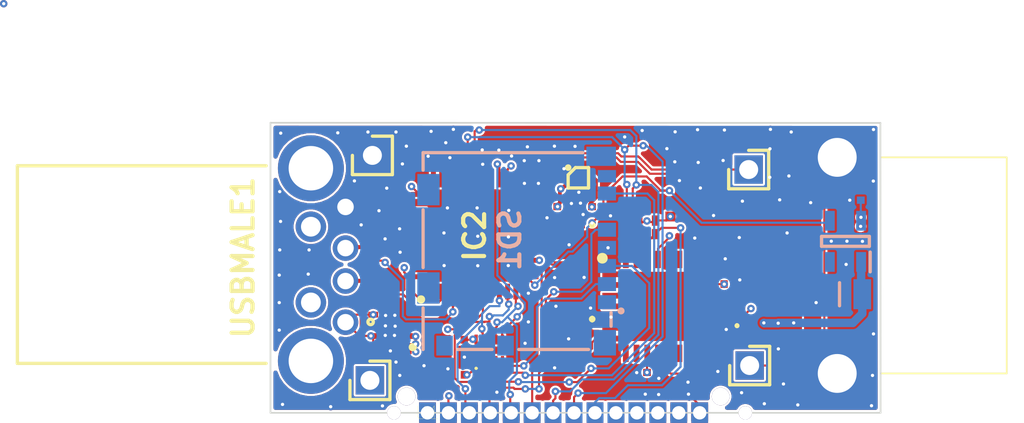
<source format=kicad_pcb>
(kicad_pcb (version 20171130) (host pcbnew "(5.1.6)-1")
  (layers (0 F.Cu signal) (1 PWR signal) (2 GND signal) (31 B.Cu signal) (34 B.Paste user) (35 F.Paste user) (36 B.SilkS user) (37 F.SilkS user) (38 B.Mask user) (39 F.Mask user) (44 Edge.Cuts user))
  (net 0 "")
  (net 1 GND)
  (net 2 +3V3)
  (net 3 VCC)
  (net 4 MCLR)
  (net 5 RXUSBH-PGRDATA)
  (net 6 "Net-(10uF1-Pad1)")
  (net 7 "Net-(16Mhz1-Pad3)")
  (net 8 "Net-(16Mhz1-Pad1)")
  (net 9 "Net-(16Mhz2-Pad3)")
  (net 10 "Net-(16Mhz2-Pad1)")
  (net 11 "Net-(1uF1-Pad2)")
  (net 12 +5V)
  (net 13 "Net-(22Ohm1-Pad2)")
  (net 14 D-AT)
  (net 15 "Net-(22Ohm2-Pad2)")
  (net 16 D+AT)
  (net 17 TXUSBH-PGRCLK)
  (net 18 NRFTX)
  (net 19 NRFRX)
  (net 20 RST)
  (net 21 MISO)
  (net 22 MOSI)
  (net 23 SCLK)
  (net 24 SS)
  (net 25 D-US)
  (net 26 D+US)
  (net 27 DO)
  (net 28 CLK)
  (net 29 DI)
  (net 30 CS)
  (net 31 D11)
  (net 32 VDC)
  (net 33 "Net-(IC2-Pad42)")
  (net 34 "Net-(IC2-Pad41)")
  (net 35 "Net-(IC2-Pad40)")
  (net 36 "Net-(IC2-Pad39)")
  (net 37 "Net-(IC2-Pad38)")
  (net 38 "Net-(IC2-Pad37)")
  (net 39 "Net-(IC2-Pad36)")
  (net 40 "Net-(IC2-Pad33)")
  (net 41 "Net-(IC2-Pad32)")
  (net 42 "Net-(IC2-Pad31)")
  (net 43 "Net-(IC2-Pad30)")
  (net 44 "Net-(IC2-Pad27)")
  (net 45 "Net-(IC2-Pad26)")
  (net 46 "Net-(IC2-Pad22)")
  (net 47 "Net-(IC2-Pad19)")
  (net 48 "Net-(IC2-Pad18)")
  (net 49 "Net-(IC2-Pad8)")
  (net 50 "Net-(IC2-Pad1)")
  (net 51 "Net-(IC3-Pad29)")
  (net 52 "Net-(IC3-Pad23)")
  (net 53 "Net-(IC3-Pad22)")
  (net 54 "Net-(IC3-Pad21)")
  (net 55 "Net-(IC3-Pad15)")
  (net 56 "Net-(IC3-Pad14)")
  (net 57 "Net-(IC3-Pad13)")
  (net 58 "Net-(IC3-Pad11)")
  (net 59 "Net-(IC3-Pad9)")
  (net 60 "Net-(IC3-Pad8)")
  (net 61 "Net-(IC3-Pad4)")
  (net 62 "Net-(IC3-Pad3)")
  (net 63 "Net-(IC3-Pad2)")
  (net 64 "Net-(IC3-Pad1)")
  (net 65 "Net-(KEYPWR1-Pad3)")
  (net 66 "Net-(SD1-Pad8)")
  (net 67 "Net-(SD1-Pad1)")
  (net 68 "Net-(U1-Pad13)")
  (net 69 "Net-(U1-Pad12)")
  (net 70 "Net-(U1-Pad11)")
  (net 71 "Net-(U1-Pad10)")
  (module SamacSys_Parts:BGA4C35P2X2_64X64X33 (layer F.Cu) (at 154.67 95.06)
    (fp_text reference IC4 hide)
    (fp_text value TCR5RG33A,LF hide)
    (pad B2 smd circle (at 0.175 0.175 90) (size 0.186 0.186) (layers F.Cu F.Paste F.Mask) (net 1 GND))
    (pad B1 smd circle (at -0.175 0.175 90) (size 0.186 0.186) (layers F.Cu F.Paste F.Mask) (net 3 VCC))
    (pad A2 smd circle (at 0.175 -0.175 90) (size 0.186 0.186) (layers F.Cu F.Paste F.Mask) (net 2 +3V3))
    (pad A1 smd circle (at -0.175 -0.175 90) (size 0.186 0.186) (layers F.Cu F.Paste F.Mask) (net 3 VCC))
  )
  (module SamacSys_Parts:CAPC3216X180N (layer B.Cu) (at 170.51 102.13 180)
    (fp_text reference C1 hide)
    (fp_text value GRM31CR60J157ME11L hide)
    (pad 2 smd rect (at 1.38 0 180) (size 1.07 1.82) (layers B.Cu B.Paste B.Mask) (net 1 GND))
    (pad 1 smd rect (at -1.38 0 180) (size 1.07 1.82) (layers B.Cu B.Paste B.Mask) (net 32 VDC))
  )
  (module SamacSys_Parts:SOT95P280X145-5N (layer B.Cu) (at 170.87 98.92 90)
    (fp_text reference KEYPWR1 hide)
    (fp_text value TPS2041CDBVT hide)
    (pad 5 smd rect (at 1.25 0.95) (size 0.6 1.2) (layers B.Cu B.Paste B.Mask) (net 3 VCC))
    (pad 4 smd rect (at 1.25 -0.95) (size 0.6 1.2) (layers B.Cu B.Paste B.Mask) (net 31 D11))
    (pad 3 smd rect (at -1.25 -0.95) (size 0.6 1.2) (layers B.Cu B.Paste B.Mask) (net 65 "Net-(KEYPWR1-Pad3)"))
    (pad 2 smd rect (at -1.25 0) (size 0.6 1.2) (layers B.Cu B.Paste B.Mask) (net 1 GND))
    (pad 1 smd rect (at -1.25 0.95) (size 0.6 1.2) (layers B.Cu B.Paste B.Mask) (net 32 VDC))
  )
  (module SamacSys_Parts:CAPC0603X33N (layer B.Cu) (at 171.465 96.42 180)
    (fp_text reference 0.1uF5 hide)
    (fp_text value 02016D104KAT2A hide)
    (pad 2 smd rect (at 0.335 0 90) (size 0.44 0.47) (layers B.Cu B.Paste B.Mask) (net 1 GND))
    (pad 1 smd rect (at -0.335 0 90) (size 0.44 0.47) (layers B.Cu B.Paste B.Mask) (net 3 VCC))
  )
  (module SamacSys_Parts:HDRV1W66P0X254_1X1_213X234X813P (layer F.Cu) (at 165 94.56)
    (fp_text reference TX1 hide)
    (fp_text value 4-103327-3 hide)
    (pad 1 thru_hole rect (at 0 0) (size 1.725 1.725) (drill 1.15) (layers *.Cu *.Mask) (net 18 NRFTX))
  )
  (module SamacSys_Parts:HDRV1W66P0X254_1X1_213X234X813P (layer F.Cu) (at 165.06 106.46)
    (fp_text reference RX1 hide)
    (fp_text value 4-103327-3 hide)
    (pad 1 thru_hole rect (at 0 0) (size 1.725 1.725) (drill 1.15) (layers *.Cu *.Mask) (net 19 NRFRX))
  )
  (module SamacSys_Parts:TXB0104RUTR (layer F.Cu) (at 149.27 105.53)
    (fp_text reference IC5 hide)
    (fp_text value TXB0104RUTR_0 hide)
    (pad 13 smd rect (at -1 0.425 90) (size 0.15 0.2) (layers F.Cu F.Paste F.Mask) (net 2 +3V3))
    (pad 12 smd rect (at -0.8 0 90) (size 0.2 0.6) (layers F.Cu F.Paste F.Mask) (net 2 +3V3))
    (pad 11 smd rect (at -0.8 -0.65) (size 0.2 0.6) (layers F.Cu F.Paste F.Mask) (net 3 VCC))
    (pad 10 smd rect (at -0.4 -0.65) (size 0.2 0.6) (layers F.Cu F.Paste F.Mask) (net 23 SCLK))
    (pad 9 smd rect (at 0 -0.65) (size 0.2 0.6) (layers F.Cu F.Paste F.Mask) (net 22 MOSI))
    (pad 8 smd rect (at 0.4 -0.65) (size 0.2 0.6) (layers F.Cu F.Paste F.Mask) (net 21 MISO))
    (pad 7 smd rect (at 0.8 -0.65) (size 0.2 0.6) (layers F.Cu F.Paste F.Mask) (net 24 SS))
    (pad 6 smd rect (at 0.8 0 90) (size 0.2 0.6) (layers F.Cu F.Paste F.Mask) (net 1 GND))
    (pad 5 smd rect (at 0.8 0.65) (size 0.2 0.6) (layers F.Cu F.Paste F.Mask) (net 30 CS))
    (pad 4 smd rect (at 0.4 0.65) (size 0.2 0.6) (layers F.Cu F.Paste F.Mask) (net 27 DO))
    (pad 3 smd rect (at 0 0.65) (size 0.2 0.6) (layers F.Cu F.Paste F.Mask) (net 29 DI))
    (pad 2 smd rect (at -0.4 0.65) (size 0.2 0.6) (layers F.Cu F.Paste F.Mask) (net 28 CLK))
    (pad 1 smd rect (at -0.8 0.65) (size 0.2 0.6) (layers F.Cu F.Paste F.Mask) (net 2 +3V3))
  )
  (module SamacSys_Parts:HDRV1W66P0X254_1X1_213X234X813P (layer F.Cu) (at 142.18 93.7)
    (fp_text reference GND1 hide)
    (fp_text value 4-103327-3 hide)
    (pad 1 thru_hole rect (at 0 0) (size 1.725 1.725) (drill 1.15) (layers *.Cu *.Mask) (net 1 GND))
  )
  (module SamacSys_Parts:HDRV1W66P0X254_1X1_213X234X813P (layer F.Cu) (at 142.03 107.36)
    (fp_text reference 5V+1 hide)
    (fp_text value 4-103327-3 hide)
    (pad 1 thru_hole rect (at 0 0) (size 1.725 1.725) (drill 1.15) (layers *.Cu *.Mask) (net 12 +5V))
  )
  (module SamacSys_Parts:CAPC0603X33N (layer F.Cu) (at 155.165 96.81)
    (fp_text reference 1uF4 hide)
    (fp_text value GRM033C80J105ME05D hide)
    (pad 2 smd rect (at 0.335 0 90) (size 0.44 0.47) (layers F.Cu F.Paste F.Mask) (net 2 +3V3))
    (pad 1 smd rect (at -0.335 0 90) (size 0.44 0.47) (layers F.Cu F.Paste F.Mask) (net 1 GND))
  )
  (module SamacSys_Parts:CAPC0603X33N (layer F.Cu) (at 148.08 102.98)
    (fp_text reference 1uF1 hide)
    (fp_text value GRM033C80J105ME05D hide)
    (pad 2 smd rect (at 0.335 0 90) (size 0.44 0.47) (layers F.Cu F.Paste F.Mask) (net 11 "Net-(1uF1-Pad2)"))
    (pad 1 smd rect (at -0.335 0 90) (size 0.44 0.47) (layers F.Cu F.Paste F.Mask) (net 1 GND))
  )
  (module SamacSys_Parts:CAPC0603X33N (layer F.Cu) (at 158.5 106.88)
    (fp_text reference 0.1uF3 hide)
    (fp_text value GRM033C80J105ME05D hide)
    (pad 2 smd rect (at 0.335 0 90) (size 0.44 0.47) (layers F.Cu F.Paste F.Mask) (net 2 +3V3))
    (pad 1 smd rect (at -0.335 0 90) (size 0.44 0.47) (layers F.Cu F.Paste F.Mask) (net 1 GND))
  )
  (module SamacSys_Parts:875832010RLF (layer F.Cu) (at 166.79 100.39 90)
    (fp_text reference USBFEMALE1 hide)
    (fp_text value 87583-2010RLF hide)
    (pad MH2 thru_hole circle (at 6.57 3.58 90) (size 3.54 3.54) (drill 2.36) (layers *.Cu *.Mask) (net 1 GND))
    (pad MH1 thru_hole circle (at -6.55 3.58 90) (size 3.54 3.54) (drill 2.36) (layers *.Cu *.Mask) (net 1 GND))
    (pad 4 smd rect (at 3.5 0 90) (size 1.12 2.88) (layers F.Cu F.Paste F.Mask) (net 1 GND))
    (pad 3 smd rect (at 1 0 90) (size 1.12 2.88) (layers F.Cu F.Paste F.Mask) (net 26 D+US))
    (pad 2 smd rect (at -1 0 90) (size 1.12 2.88) (layers F.Cu F.Paste F.Mask) (net 25 D-US))
    (pad 1 smd rect (at -3.5 0 90) (size 1.12 2.88) (layers F.Cu F.Paste F.Mask) (net 32 VDC))
  )
  (module SamacSys_Parts:UP2-AH-1-TH (layer F.Cu) (at 120.65 100.33 270)
    (fp_text reference USBMALE1 (at -0.427 -13.687 90) (layer F.SilkS) (effects (font (size 1.27 1.27) (thickness 0.254))))
    (fp_text value UP2-AH-1-TH hide)
    (pad 8 thru_hole circle (at -5.85 -17.8 270) (size 4 4) (drill 2.7) (layers *.Cu *.Mask))
    (pad 7 thru_hole circle (at 5.85 -17.8 270) (size 4 4) (drill 2.7) (layers *.Cu *.Mask))
    (pad 6 thru_hole circle (at 2.3 -17.8 270) (size 1.85 1.85) (drill 1.2) (layers *.Cu *.Mask))
    (pad 5 thru_hole circle (at -2.3 -17.8 270) (size 1.85 1.85) (drill 1.2) (layers *.Cu *.Mask))
    (pad 4 thru_hole circle (at -3.5 -19.9 270) (size 1.55 1.55) (drill 1) (layers *.Cu *.Mask) (net 1 GND))
    (pad 3 thru_hole circle (at -1 -19.9 270) (size 1.55 1.55) (drill 1) (layers *.Cu *.Mask) (net 16 D+AT))
    (pad 2 thru_hole circle (at 1 -19.9 270) (size 1.55 1.55) (drill 1) (layers *.Cu *.Mask) (net 14 D-AT))
    (pad 1 thru_hole circle (at 3.5 -19.9 270) (size 1.55 1.55) (drill 1) (layers *.Cu *.Mask) (net 12 +5V))
  )
  (module SamacSys_Parts:EC14-2AP (layer F.Cu) (at 145.52 109.33)
    (fp_text reference U1 (at 0 0) (layer F.SilkS) (effects (font (size 0.787402 0.787402) (thickness 0.015))))
    (fp_text value EC14-2AP)
    (fp_poly (pts (xy -0.507 0.634) (xy -0.507 -0.634) (xy 0.507 -0.634) (xy 0.507 0.634)) (layer F.Cu) (width 0.002))
    (fp_poly (pts (xy -0.507 0.634) (xy -0.507 -0.634) (xy 0.507 -0.634) (xy 0.507 0.634)) (layer B.Cu) (width 0.002))
    (fp_poly (pts (xy 0.763 0.634) (xy 0.763 -0.634) (xy 1.777 -0.634) (xy 1.777 0.634)) (layer F.Cu) (width 0.002))
    (fp_poly (pts (xy 0.763 0.634) (xy 0.763 -0.634) (xy 1.777 -0.634) (xy 1.777 0.634)) (layer B.Cu) (width 0.002))
    (fp_poly (pts (xy 2.033 0.634) (xy 2.033 -0.634) (xy 3.047 -0.634) (xy 3.047 0.634)) (layer F.Cu) (width 0.002))
    (fp_poly (pts (xy 2.033 0.634) (xy 2.033 -0.634) (xy 3.047 -0.634) (xy 3.047 0.634)) (layer B.Cu) (width 0.002))
    (fp_poly (pts (xy 3.303 0.634) (xy 3.303 -0.634) (xy 4.317 -0.634) (xy 4.317 0.634)) (layer F.Cu) (width 0.002))
    (fp_poly (pts (xy 3.303 0.634) (xy 3.303 -0.634) (xy 4.317 -0.634) (xy 4.317 0.634)) (layer B.Cu) (width 0.002))
    (fp_poly (pts (xy 4.573 0.634) (xy 4.573 -0.634) (xy 5.587 -0.634) (xy 5.587 0.634)) (layer F.Cu) (width 0.002))
    (fp_poly (pts (xy 4.573 0.634) (xy 4.573 -0.634) (xy 5.587 -0.634) (xy 5.587 0.634)) (layer B.Cu) (width 0.002))
    (fp_poly (pts (xy 5.843 0.634) (xy 5.843 -0.634) (xy 6.857 -0.634) (xy 6.857 0.634)) (layer F.Cu) (width 0.002))
    (fp_poly (pts (xy 5.843 0.634) (xy 5.843 -0.634) (xy 6.857 -0.634) (xy 6.857 0.634)) (layer B.Cu) (width 0.002))
    (fp_poly (pts (xy 7.113 0.634) (xy 7.113 -0.634) (xy 8.127 -0.634) (xy 8.127 0.634)) (layer F.Cu) (width 0.002))
    (fp_poly (pts (xy 7.113 0.634) (xy 7.113 -0.634) (xy 8.127 -0.634) (xy 8.127 0.634)) (layer B.Cu) (width 0.002))
    (fp_poly (pts (xy 8.383 0.634) (xy 8.383 -0.634) (xy 9.397 -0.634) (xy 9.397 0.634)) (layer F.Cu) (width 0.002))
    (fp_poly (pts (xy 8.383 0.634) (xy 8.383 -0.634) (xy 9.397 -0.634) (xy 9.397 0.634)) (layer B.Cu) (width 0.002))
    (fp_poly (pts (xy 9.653 0.634) (xy 9.653 -0.634) (xy 10.667 -0.634) (xy 10.667 0.634)) (layer F.Cu) (width 0.002))
    (fp_poly (pts (xy 9.653 0.634) (xy 9.653 -0.634) (xy 10.667 -0.634) (xy 10.667 0.634)) (layer B.Cu) (width 0.002))
    (fp_poly (pts (xy 10.923 0.634) (xy 10.923 -0.634) (xy 11.937 -0.634) (xy 11.937 0.634)) (layer F.Cu) (width 0.002))
    (fp_poly (pts (xy 10.923 0.634) (xy 10.923 -0.634) (xy 11.937 -0.634) (xy 11.937 0.634)) (layer B.Cu) (width 0.002))
    (fp_poly (pts (xy 12.193 0.634) (xy 12.193 -0.634) (xy 13.207 -0.634) (xy 13.207 0.634)) (layer F.Cu) (width 0.002))
    (fp_poly (pts (xy 12.193 0.634) (xy 12.193 -0.634) (xy 13.207 -0.634) (xy 13.207 0.634)) (layer B.Cu) (width 0.002))
    (fp_poly (pts (xy 13.463 0.634) (xy 13.463 -0.634) (xy 14.477 -0.634) (xy 14.477 0.634)) (layer F.Cu) (width 0.002))
    (fp_poly (pts (xy 13.463 0.634) (xy 13.463 -0.634) (xy 14.477 -0.634) (xy 14.477 0.634)) (layer B.Cu) (width 0.002))
    (fp_poly (pts (xy 14.733 0.634) (xy 14.733 -0.634) (xy 15.747 -0.634) (xy 15.747 0.634)) (layer F.Cu) (width 0.002))
    (fp_poly (pts (xy 14.733 0.634) (xy 14.733 -0.634) (xy 15.747 -0.634) (xy 15.747 0.634)) (layer B.Cu) (width 0.002))
    (fp_poly (pts (xy 16.003 0.634) (xy 16.003 -0.634) (xy 17.017 -0.634) (xy 17.017 0.634)) (layer F.Cu) (width 0.002))
    (fp_poly (pts (xy 16.003 0.634) (xy 16.003 -0.634) (xy 17.017 -0.634) (xy 17.017 0.634)) (layer B.Cu) (width 0.002))
    (pad 18 thru_hole circle (at 17.78 -0.991) (size 1.067 1.067) (drill 1.067) (layers *.Cu *.Mask))
    (pad 17 thru_hole circle (at 19.279 0) (size 0.813 0.813) (drill 0.813) (layers *.Cu *.Mask))
    (pad 16 thru_hole circle (at -2.032 0) (size 0.813 0.813) (drill 0.813) (layers *.Cu *.Mask))
    (pad 15 thru_hole circle (at -1.27 -0.991) (size 1.067 1.067) (drill 1.067) (layers *.Cu *.Mask))
    (pad 14 thru_hole rect (at 16.51 0) (size 1.016 1.016) (drill 0.813) (layers *.Cu) (net 1 GND))
    (pad 13 thru_hole rect (at 15.24 0) (size 1.016 1.016) (drill 0.813) (layers *.Cu) (net 68 "Net-(U1-Pad13)"))
    (pad 12 thru_hole rect (at 13.97 0) (size 1.016 1.016) (drill 0.813) (layers *.Cu) (net 69 "Net-(U1-Pad12)"))
    (pad 11 thru_hole rect (at 12.7 0) (size 1.016 1.016) (drill 0.813) (layers *.Cu) (net 70 "Net-(U1-Pad11)"))
    (pad 10 thru_hole rect (at 11.43 0) (size 1.016 1.016) (drill 0.813) (layers *.Cu) (net 71 "Net-(U1-Pad10)"))
    (pad 9 thru_hole rect (at 10.16 0) (size 1.016 1.016) (drill 0.813) (layers *.Cu) (net 4 MCLR))
    (pad 8 thru_hole rect (at 8.89 0) (size 1.016 1.016) (drill 0.813) (layers *.Cu) (net 17 TXUSBH-PGRCLK))
    (pad 7 thru_hole rect (at 7.62 0) (size 1.016 1.016) (drill 0.813) (layers *.Cu) (net 5 RXUSBH-PGRDATA))
    (pad 6 thru_hole rect (at 6.35 0) (size 1.016 1.016) (drill 0.813) (layers *.Cu) (net 20 RST))
    (pad 5 thru_hole rect (at 5.08 0) (size 1.016 1.016) (drill 0.813) (layers *.Cu) (net 21 MISO))
    (pad 4 thru_hole rect (at 3.81 0) (size 1.016 1.016) (drill 0.813) (layers *.Cu) (net 22 MOSI))
    (pad 3 thru_hole rect (at 2.54 0) (size 1.016 1.016) (drill 0.813) (layers *.Cu) (net 23 SCLK))
    (pad 2 thru_hole rect (at 1.27 0) (size 1.016 1.016) (drill 0.813) (layers *.Cu) (net 2 +3V3))
    (pad 1 thru_hole rect (at 0 0) (size 1.016 1.016) (drill 0.813) (layers *.Cu) (net 3 VCC))
  )
  (module SamacSys_Parts:1040310811 (layer B.Cu) (at 156.655 99.51 270)
    (fp_text reference SD1 (at -0.679 6.139 90) (layer B.SilkS) (effects (font (size 1.27 1.27) (thickness 0.254)) (justify mirror)))
    (fp_text value 104031-0811 hide)
    (pad 14 smd rect (at 5.565 0.375 180) (size 1.35 1.55) (layers B.Cu B.Paste B.Mask))
    (pad 13 smd rect (at 5.74 6.4 180) (size 1 1.2) (layers B.Cu B.Paste B.Mask))
    (pad 12 smd rect (at 5.74 10.1 180) (size 1 1.2) (layers B.Cu B.Paste B.Mask))
    (pad 11 smd rect (at 2.24 11.075 180) (size 1.35 1.9) (layers B.Cu B.Paste B.Mask))
    (pad 10 smd rect (at -3.73 11.075 180) (size 1.35 1.9) (layers B.Cu B.Paste B.Mask))
    (pad 9 smd rect (at -5.755 0.6 270) (size 1.17 1.8) (layers B.Cu B.Paste B.Mask))
    (pad 8 smd rect (at -4.545 0.25 270) (size 0.75 1.1) (layers B.Cu B.Paste B.Mask) (net 66 "Net-(SD1-Pad8)"))
    (pad 7 smd rect (at -3.495 0.25 270) (size 0.85 1.1) (layers B.Cu B.Paste B.Mask) (net 27 DO))
    (pad 6 smd rect (at -2.395 0.25 270) (size 0.85 1.1) (layers B.Cu B.Paste B.Mask) (net 1 GND))
    (pad 5 smd rect (at -1.295 0.25 270) (size 0.85 1.1) (layers B.Cu B.Paste B.Mask) (net 28 CLK))
    (pad 4 smd rect (at -0.195 0.25 270) (size 0.85 1.1) (layers B.Cu B.Paste B.Mask) (net 2 +3V3))
    (pad 3 smd rect (at 0.905 0.25 270) (size 0.85 1.1) (layers B.Cu B.Paste B.Mask) (net 29 DI))
    (pad 2 smd rect (at 2.005 0.25 270) (size 0.85 1.1) (layers B.Cu B.Paste B.Mask) (net 30 CS))
    (pad 1 smd rect (at 3.105 0.25 270) (size 0.85 1.1) (layers B.Cu B.Paste B.Mask) (net 67 "Net-(SD1-Pad1)"))
  )
  (module SamacSys_Parts:SON65P200X200X80-7N (layer F.Cu) (at 143.28 104.02 180)
    (fp_text reference PS1 hide)
    (fp_text value LP5912-5.0DRVR hide)
    (pad 7 smd rect (at 0 0 180) (size 1.1 1.7) (layers F.Cu F.Paste F.Mask) (net 1 GND))
    (pad 6 smd rect (at 1.05 -0.65 270) (size 0.35 0.6) (layers F.Cu F.Paste F.Mask) (net 12 +5V))
    (pad 5 smd rect (at 1.05 0 270) (size 0.35 0.6) (layers F.Cu F.Paste F.Mask) (net 1 GND))
    (pad 4 smd rect (at 1.05 0.65 270) (size 0.35 0.6) (layers F.Cu F.Paste F.Mask) (net 12 +5V))
    (pad 3 smd rect (at -1.05 0.65 270) (size 0.35 0.6) (layers F.Cu F.Paste F.Mask) (net 1 GND))
    (pad 2 smd rect (at -1.05 0 270) (size 0.35 0.6) (layers F.Cu F.Paste F.Mask) (net 1 GND))
    (pad 1 smd rect (at -1.05 -0.65 270) (size 0.35 0.6) (layers F.Cu F.Paste F.Mask) (net 3 VCC))
  )
  (module SamacSys_Parts:QFN65P600X600X100-29N-D (layer F.Cu) (at 159.5 102.87)
    (fp_text reference IC3 hide)
    (fp_text value PIC24FJ64GB002-I_ML hide)
    (pad 29 smd rect (at 0 0) (size 4.2 4.2) (layers F.Cu F.Paste F.Mask) (net 51 "Net-(IC3-Pad29)"))
    (pad 28 smd rect (at -1.95 -2.85) (size 0.35 1.05) (layers F.Cu F.Paste F.Mask) (net 17 TXUSBH-PGRCLK))
    (pad 27 smd rect (at -1.3 -2.85) (size 0.35 1.05) (layers F.Cu F.Paste F.Mask) (net 5 RXUSBH-PGRDATA))
    (pad 26 smd rect (at -0.65 -2.85) (size 0.35 1.05) (layers F.Cu F.Paste F.Mask) (net 4 MCLR))
    (pad 25 smd rect (at 0 -2.85) (size 0.35 1.05) (layers F.Cu F.Paste F.Mask) (net 2 +3V3))
    (pad 24 smd rect (at 0.65 -2.85) (size 0.35 1.05) (layers F.Cu F.Paste F.Mask) (net 1 GND))
    (pad 23 smd rect (at 1.3 -2.85) (size 0.35 1.05) (layers F.Cu F.Paste F.Mask) (net 52 "Net-(IC3-Pad23)"))
    (pad 22 smd rect (at 1.95 -2.85) (size 0.35 1.05) (layers F.Cu F.Paste F.Mask) (net 53 "Net-(IC3-Pad22)"))
    (pad 21 smd rect (at 2.85 -1.95 90) (size 0.35 1.05) (layers F.Cu F.Paste F.Mask) (net 54 "Net-(IC3-Pad21)"))
    (pad 20 smd rect (at 2.85 -1.3 90) (size 0.35 1.05) (layers F.Cu F.Paste F.Mask) (net 2 +3V3))
    (pad 19 smd rect (at 2.85 -0.65 90) (size 0.35 1.05) (layers F.Cu F.Paste F.Mask) (net 25 D-US))
    (pad 18 smd rect (at 2.85 0 90) (size 0.35 1.05) (layers F.Cu F.Paste F.Mask) (net 26 D+US))
    (pad 17 smd rect (at 2.85 0.65 90) (size 0.35 1.05) (layers F.Cu F.Paste F.Mask) (net 6 "Net-(10uF1-Pad1)"))
    (pad 16 smd rect (at 2.85 1.3 90) (size 0.35 1.05) (layers F.Cu F.Paste F.Mask) (net 1 GND))
    (pad 15 smd rect (at 2.85 1.95 90) (size 0.35 1.05) (layers F.Cu F.Paste F.Mask) (net 55 "Net-(IC3-Pad15)"))
    (pad 14 smd rect (at 1.95 2.85) (size 0.35 1.05) (layers F.Cu F.Paste F.Mask) (net 56 "Net-(IC3-Pad14)"))
    (pad 13 smd rect (at 1.3 2.85) (size 0.35 1.05) (layers F.Cu F.Paste F.Mask) (net 57 "Net-(IC3-Pad13)"))
    (pad 12 smd rect (at 0.65 2.85) (size 0.35 1.05) (layers F.Cu F.Paste F.Mask) (net 3 VCC))
    (pad 11 smd rect (at 0 2.85) (size 0.35 1.05) (layers F.Cu F.Paste F.Mask) (net 58 "Net-(IC3-Pad11)"))
    (pad 10 smd rect (at -0.65 2.85) (size 0.35 1.05) (layers F.Cu F.Paste F.Mask) (net 2 +3V3))
    (pad 9 smd rect (at -1.3 2.85) (size 0.35 1.05) (layers F.Cu F.Paste F.Mask) (net 59 "Net-(IC3-Pad9)"))
    (pad 8 smd rect (at -1.95 2.85) (size 0.35 1.05) (layers F.Cu F.Paste F.Mask) (net 60 "Net-(IC3-Pad8)"))
    (pad 7 smd rect (at -2.85 1.95 90) (size 0.35 1.05) (layers F.Cu F.Paste F.Mask) (net 9 "Net-(16Mhz2-Pad3)"))
    (pad 6 smd rect (at -2.85 1.3 90) (size 0.35 1.05) (layers F.Cu F.Paste F.Mask) (net 10 "Net-(16Mhz2-Pad1)"))
    (pad 5 smd rect (at -2.85 0.65 90) (size 0.35 1.05) (layers F.Cu F.Paste F.Mask) (net 1 GND))
    (pad 4 smd rect (at -2.85 0 90) (size 0.35 1.05) (layers F.Cu F.Paste F.Mask) (net 61 "Net-(IC3-Pad4)"))
    (pad 3 smd rect (at -2.85 -0.65 90) (size 0.35 1.05) (layers F.Cu F.Paste F.Mask) (net 62 "Net-(IC3-Pad3)"))
    (pad 2 smd rect (at -2.85 -1.3 90) (size 0.35 1.05) (layers F.Cu F.Paste F.Mask) (net 63 "Net-(IC3-Pad2)"))
    (pad 1 smd rect (at -2.85 -1.95 90) (size 0.35 1.05) (layers F.Cu F.Paste F.Mask) (net 64 "Net-(IC3-Pad1)"))
  )
  (module SamacSys_Parts:QFN50P700X700X100-45N-D (layer F.Cu) (at 148.38 98.57 90)
    (fp_text reference IC2 (at 0 0 90) (layer F.SilkS) (effects (font (size 1.27 1.27) (thickness 0.254))))
    (fp_text value ATMEGA32U4-MU hide)
    (pad 45 smd rect (at 0 0 90) (size 5.4 5.4) (layers F.Cu F.Paste F.Mask) (net 1 GND))
    (pad 44 smd rect (at -2.5 -3.4 90) (size 0.3 0.95) (layers F.Cu F.Paste F.Mask) (net 3 VCC))
    (pad 43 smd rect (at -2 -3.4 90) (size 0.3 0.95) (layers F.Cu F.Paste F.Mask) (net 1 GND))
    (pad 42 smd rect (at -1.5 -3.4 90) (size 0.3 0.95) (layers F.Cu F.Paste F.Mask) (net 33 "Net-(IC2-Pad42)"))
    (pad 41 smd rect (at -1 -3.4 90) (size 0.3 0.95) (layers F.Cu F.Paste F.Mask) (net 34 "Net-(IC2-Pad41)"))
    (pad 40 smd rect (at -0.5 -3.4 90) (size 0.3 0.95) (layers F.Cu F.Paste F.Mask) (net 35 "Net-(IC2-Pad40)"))
    (pad 39 smd rect (at 0 -3.4 90) (size 0.3 0.95) (layers F.Cu F.Paste F.Mask) (net 36 "Net-(IC2-Pad39)"))
    (pad 38 smd rect (at 0.5 -3.4 90) (size 0.3 0.95) (layers F.Cu F.Paste F.Mask) (net 37 "Net-(IC2-Pad38)"))
    (pad 37 smd rect (at 1 -3.4 90) (size 0.3 0.95) (layers F.Cu F.Paste F.Mask) (net 38 "Net-(IC2-Pad37)"))
    (pad 36 smd rect (at 1.5 -3.4 90) (size 0.3 0.95) (layers F.Cu F.Paste F.Mask) (net 39 "Net-(IC2-Pad36)"))
    (pad 35 smd rect (at 2 -3.4 90) (size 0.3 0.95) (layers F.Cu F.Paste F.Mask) (net 1 GND))
    (pad 34 smd rect (at 2.5 -3.4 90) (size 0.3 0.95) (layers F.Cu F.Paste F.Mask) (net 3 VCC))
    (pad 33 smd rect (at 3.4 -2.5 180) (size 0.3 0.95) (layers F.Cu F.Paste F.Mask) (net 40 "Net-(IC2-Pad33)"))
    (pad 32 smd rect (at 3.4 -2 180) (size 0.3 0.95) (layers F.Cu F.Paste F.Mask) (net 41 "Net-(IC2-Pad32)"))
    (pad 31 smd rect (at 3.4 -1.5 180) (size 0.3 0.95) (layers F.Cu F.Paste F.Mask) (net 42 "Net-(IC2-Pad31)"))
    (pad 30 smd rect (at 3.4 -1 180) (size 0.3 0.95) (layers F.Cu F.Paste F.Mask) (net 43 "Net-(IC2-Pad30)"))
    (pad 29 smd rect (at 3.4 -0.5 180) (size 0.3 0.95) (layers F.Cu F.Paste F.Mask) (net 17 TXUSBH-PGRCLK))
    (pad 28 smd rect (at 3.4 0 180) (size 0.3 0.95) (layers F.Cu F.Paste F.Mask) (net 5 RXUSBH-PGRDATA))
    (pad 27 smd rect (at 3.4 0.5 180) (size 0.3 0.95) (layers F.Cu F.Paste F.Mask) (net 44 "Net-(IC2-Pad27)"))
    (pad 26 smd rect (at 3.4 1 180) (size 0.3 0.95) (layers F.Cu F.Paste F.Mask) (net 45 "Net-(IC2-Pad26)"))
    (pad 25 smd rect (at 3.4 1.5 180) (size 0.3 0.95) (layers F.Cu F.Paste F.Mask) (net 24 SS))
    (pad 24 smd rect (at 3.4 2 180) (size 0.3 0.95) (layers F.Cu F.Paste F.Mask) (net 3 VCC))
    (pad 23 smd rect (at 3.4 2.5 180) (size 0.3 0.95) (layers F.Cu F.Paste F.Mask) (net 1 GND))
    (pad 22 smd rect (at 2.5 3.4 90) (size 0.3 0.95) (layers F.Cu F.Paste F.Mask) (net 46 "Net-(IC2-Pad22)"))
    (pad 21 smd rect (at 2 3.4 90) (size 0.3 0.95) (layers F.Cu F.Paste F.Mask) (net 18 NRFTX))
    (pad 20 smd rect (at 1.5 3.4 90) (size 0.3 0.95) (layers F.Cu F.Paste F.Mask) (net 19 NRFRX))
    (pad 19 smd rect (at 1 3.4 90) (size 0.3 0.95) (layers F.Cu F.Paste F.Mask) (net 47 "Net-(IC2-Pad19)"))
    (pad 18 smd rect (at 0.5 3.4 90) (size 0.3 0.95) (layers F.Cu F.Paste F.Mask) (net 48 "Net-(IC2-Pad18)"))
    (pad 17 smd rect (at 0 3.4 90) (size 0.3 0.95) (layers F.Cu F.Paste F.Mask) (net 8 "Net-(16Mhz1-Pad1)"))
    (pad 16 smd rect (at -0.5 3.4 90) (size 0.3 0.95) (layers F.Cu F.Paste F.Mask) (net 7 "Net-(16Mhz1-Pad3)"))
    (pad 15 smd rect (at -1 3.4 90) (size 0.3 0.95) (layers F.Cu F.Paste F.Mask) (net 1 GND))
    (pad 14 smd rect (at -1.5 3.4 90) (size 0.3 0.95) (layers F.Cu F.Paste F.Mask) (net 3 VCC))
    (pad 13 smd rect (at -2 3.4 90) (size 0.3 0.95) (layers F.Cu F.Paste F.Mask) (net 20 RST))
    (pad 12 smd rect (at -2.5 3.4 90) (size 0.3 0.95) (layers F.Cu F.Paste F.Mask) (net 31 D11))
    (pad 11 smd rect (at -3.4 2.5 180) (size 0.3 0.95) (layers F.Cu F.Paste F.Mask) (net 21 MISO))
    (pad 10 smd rect (at -3.4 2 180) (size 0.3 0.95) (layers F.Cu F.Paste F.Mask) (net 22 MOSI))
    (pad 9 smd rect (at -3.4 1.5 180) (size 0.3 0.95) (layers F.Cu F.Paste F.Mask) (net 23 SCLK))
    (pad 8 smd rect (at -3.4 1 180) (size 0.3 0.95) (layers F.Cu F.Paste F.Mask) (net 49 "Net-(IC2-Pad8)"))
    (pad 7 smd rect (at -3.4 0.5 180) (size 0.3 0.95) (layers F.Cu F.Paste F.Mask) (net 3 VCC))
    (pad 6 smd rect (at -3.4 0 180) (size 0.3 0.95) (layers F.Cu F.Paste F.Mask) (net 11 "Net-(1uF1-Pad2)"))
    (pad 5 smd rect (at -3.4 -0.5 180) (size 0.3 0.95) (layers F.Cu F.Paste F.Mask) (net 1 GND))
    (pad 4 smd rect (at -3.4 -1 180) (size 0.3 0.95) (layers F.Cu F.Paste F.Mask) (net 15 "Net-(22Ohm2-Pad2)"))
    (pad 3 smd rect (at -3.4 -1.5 180) (size 0.3 0.95) (layers F.Cu F.Paste F.Mask) (net 13 "Net-(22Ohm1-Pad2)"))
    (pad 2 smd rect (at -3.4 -2 180) (size 0.3 0.95) (layers F.Cu F.Paste F.Mask) (net 3 VCC))
    (pad 1 smd rect (at -3.4 -2.5 180) (size 0.3 0.95) (layers F.Cu F.Paste F.Mask) (net 50 "Net-(IC2-Pad1)"))
  )
  (module SamacSys_Parts:RESC0603X26N (layer F.Cu) (at 142.09 99.68 270)
    (fp_text reference 22Ohm2 hide)
    (fp_text value RC0201JR-7D22RL hide)
    (pad 2 smd rect (at 0.412 0) (size 0.4 0.625) (layers F.Cu F.Paste F.Mask) (net 15 "Net-(22Ohm2-Pad2)"))
    (pad 1 smd rect (at -0.412 0) (size 0.4 0.625) (layers F.Cu F.Paste F.Mask) (net 16 D+AT))
  )
  (module SamacSys_Parts:RESC0603X26N (layer F.Cu) (at 142.09 101.73 270)
    (fp_text reference 22Ohm1 hide)
    (fp_text value RC0201JR-7D22RL hide)
    (pad 2 smd rect (at 0.412 0) (size 0.4 0.625) (layers F.Cu F.Paste F.Mask) (net 13 "Net-(22Ohm1-Pad2)"))
    (pad 1 smd rect (at -0.412 0) (size 0.4 0.625) (layers F.Cu F.Paste F.Mask) (net 14 D-AT))
  )
  (module SamacSys_Parts:CAPC0603X33N (layer F.Cu) (at 153.725 96.81 180)
    (fp_text reference 1uF5 hide)
    (fp_text value GRM033C80J105ME05D hide)
    (pad 2 smd rect (at 0.335 0 270) (size 0.44 0.47) (layers F.Cu F.Paste F.Mask) (net 3 VCC))
    (pad 1 smd rect (at -0.335 0 270) (size 0.44 0.47) (layers F.Cu F.Paste F.Mask) (net 1 GND))
  )
  (module SamacSys_Parts:CAPC0603X33N (layer F.Cu) (at 142.51 105.55 180)
    (fp_text reference 1uF3 hide)
    (fp_text value GRM033C80J105ME05D hide)
    (pad 2 smd rect (at 0.335 0 270) (size 0.44 0.47) (layers F.Cu F.Paste F.Mask) (net 12 +5V))
    (pad 1 smd rect (at -0.335 0 270) (size 0.44 0.47) (layers F.Cu F.Paste F.Mask) (net 1 GND))
  )
  (module SamacSys_Parts:CAPC0603X33N (layer F.Cu) (at 143.99 105.55)
    (fp_text reference 1uF2 hide)
    (fp_text value GRM033C80J105ME05D hide)
    (pad 2 smd rect (at 0.335 0 90) (size 0.44 0.47) (layers F.Cu F.Paste F.Mask) (net 3 VCC))
    (pad 1 smd rect (at -0.335 0 90) (size 0.44 0.47) (layers F.Cu F.Paste F.Mask) (net 1 GND))
  )
  (module SamacSys_Parts:CSTNE16M0VH3C000R0 (layer F.Cu) (at 154.535 104.84 270)
    (fp_text reference 16Mhz2 hide)
    (fp_text value CSTNE16M0VH3C000R0 hide)
    (pad 3 smd rect (at 1.2 0.425 270) (size 0.4 1.9) (layers F.Cu F.Paste F.Mask) (net 9 "Net-(16Mhz2-Pad3)"))
    (pad 2 smd rect (at 0 0.425 270) (size 0.4 1.9) (layers F.Cu F.Paste F.Mask) (net 1 GND))
    (pad 1 smd rect (at -1.2 0.425 270) (size 0.4 1.9) (layers F.Cu F.Paste F.Mask) (net 10 "Net-(16Mhz2-Pad1)"))
  )
  (module SamacSys_Parts:CSTNE16M0VH3C000R0 (layer F.Cu) (at 154.545 99.13 270)
    (fp_text reference 16Mhz1 hide)
    (fp_text value CSTNE16M0VH3C000R0 hide)
    (pad 3 smd rect (at 1.2 0.425 270) (size 0.4 1.9) (layers F.Cu F.Paste F.Mask) (net 7 "Net-(16Mhz1-Pad3)"))
    (pad 2 smd rect (at 0 0.425 270) (size 0.4 1.9) (layers F.Cu F.Paste F.Mask) (net 1 GND))
    (pad 1 smd rect (at -1.2 0.425 270) (size 0.4 1.9) (layers F.Cu F.Paste F.Mask) (net 8 "Net-(16Mhz1-Pad1)"))
  )
  (module SamacSys_Parts:CAPC1005X55N (layer F.Cu) (at 160.26 96.95 90)
    (fp_text reference 10uF2 hide)
    (fp_text value GRM155C80J106ME11D hide)
    (pad 2 smd rect (at 0.46 0 90) (size 0.6 0.62) (layers F.Cu F.Paste F.Mask) (net 1 GND))
    (pad 1 smd rect (at -0.46 0 90) (size 0.6 0.62) (layers F.Cu F.Paste F.Mask) (net 2 +3V3))
  )
  (module SamacSys_Parts:CAPC1005X55N (layer F.Cu) (at 163.64 103.81 270)
    (fp_text reference 10uF1 hide)
    (fp_text value GRM155C80J106ME11D hide)
    (pad 2 smd rect (at 0.46 0 270) (size 0.6 0.62) (layers F.Cu F.Paste F.Mask) (net 1 GND))
    (pad 1 smd rect (at -0.46 0 270) (size 0.6 0.62) (layers F.Cu F.Paste F.Mask) (net 6 "Net-(10uF1-Pad1)"))
  )
  (module SamacSys_Parts:RESC0603X26N (layer F.Cu) (at 158.36 98.16 270)
    (fp_text reference 10KOhm1 hide)
    (fp_text value ERA-1AEB103C hide)
    (pad 2 smd rect (at 0.412 0) (size 0.4 0.625) (layers F.Cu F.Paste F.Mask) (net 5 RXUSBH-PGRDATA))
    (pad 1 smd rect (at -0.412 0) (size 0.4 0.625) (layers F.Cu F.Paste F.Mask) (net 2 +3V3))
  )
  (module SamacSys_Parts:RESC0603X26N (layer F.Cu) (at 159.33 98.07 90)
    (fp_text reference 10KOhm2 hide)
    (fp_text value ERA-1AEB103C hide)
    (pad 2 smd rect (at 0.412 0 180) (size 0.4 0.625) (layers F.Cu F.Paste F.Mask) (net 2 +3V3))
    (pad 1 smd rect (at -0.412 0 180) (size 0.4 0.625) (layers F.Cu F.Paste F.Mask) (net 4 MCLR))
  )
  (module SamacSys_Parts:CAPC0603X33N (layer F.Cu) (at 163.51 101.18 90)
    (fp_text reference 0.1uF4 hide)
    (fp_text value GRM033C80J105ME05D hide)
    (pad 2 smd rect (at 0.335 0 180) (size 0.44 0.47) (layers F.Cu F.Paste F.Mask) (net 1 GND))
    (pad 1 smd rect (at -0.335 0 180) (size 0.44 0.47) (layers F.Cu F.Paste F.Mask) (net 2 +3V3))
  )
  (module SamacSys_Parts:CAPC0603X33N (layer F.Cu) (at 147.75 105.23 270)
    (fp_text reference 0.1uF2 hide)
    (fp_text value 02016D104KAT2A hide)
    (pad 2 smd rect (at 0.335 0) (size 0.44 0.47) (layers F.Cu F.Paste F.Mask) (net 1 GND))
    (pad 1 smd rect (at -0.335 0) (size 0.44 0.47) (layers F.Cu F.Paste F.Mask) (net 3 VCC))
  )
  (module SamacSys_Parts:CAPC0603X33N (layer F.Cu) (at 147.76 106.685 90)
    (fp_text reference 0.1uF1 hide)
    (fp_text value 02016D104KAT2A hide)
    (pad 2 smd rect (at 0.335 0 180) (size 0.44 0.47) (layers F.Cu F.Paste F.Mask) (net 1 GND))
    (pad 1 smd rect (at -0.335 0 180) (size 0.44 0.47) (layers F.Cu F.Paste F.Mask) (net 2 +3V3))
  )
  (gr_line (start 136 91.72) (end 136 109.33) (layer Edge.Cuts) (width 0.1))
  (gr_line (start 172.99 91.73) (end 136 91.72) (layer Edge.Cuts) (width 0.1))
  (gr_line (start 173 109.33) (end 172.99 91.73) (layer Edge.Cuts) (width 0.1))
  (gr_line (start 136 109.33) (end 173 109.33) (layer Edge.Cuts) (width 0.1))
  (via (at 119.82 84.49) (size 0.45) (drill 0.2) (layers F.Cu B.Cu) (net 0))
  (via (at 154.8 96.6) (size 0.45) (drill 0.2) (layers F.Cu B.Cu) (net 1))
  (via (at 154.25 96.62) (size 0.45) (drill 0.2) (layers F.Cu B.Cu) (net 1))
  (via (at 171.13 96.42) (size 0.45) (drill 0.2) (layers F.Cu B.Cu) (net 1))
  (via (at 170.91 100.32) (size 0.45) (drill 0.2) (layers F.Cu B.Cu) (net 1))
  (via (at 169.09 102.64) (size 0.45) (drill 0.2) (layers F.Cu B.Cu) (net 1))
  (via (at 156.65 103.52) (size 0.45) (drill 0.2) (layers F.Cu B.Cu) (net 1))
  (via (at 156.62 97.37) (size 0.45) (drill 0.2) (layers F.Cu B.Cu) (net 1))
  (via (at 150.45 97.04) (size 0.45) (drill 0.2) (layers F.Cu B.Cu) (net 1))
  (via (at 146.73 96.89) (size 0.45) (drill 0.2) (layers F.Cu B.Cu) (net 1))
  (via (at 148.53 96.89) (size 0.45) (drill 0.2) (layers F.Cu B.Cu) (net 1))
  (via (at 150.43 98.65) (size 0.45) (drill 0.2) (layers F.Cu B.Cu) (net 1))
  (via (at 146.52 98.41) (size 0.45) (drill 0.2) (layers F.Cu B.Cu) (net 1))
  (via (at 148.57 98.61) (size 0.45) (drill 0.2) (layers F.Cu B.Cu) (net 1))
  (via (at 148.57 100.4) (size 0.45) (drill 0.2) (layers F.Cu B.Cu) (net 1))
  (via (at 150.42 100.39) (size 0.45) (drill 0.2) (layers F.Cu B.Cu) (net 1))
  (via (at 146.53 100.39) (size 0.45) (drill 0.2) (layers F.Cu B.Cu) (net 1))
  (via (at 158.21 106.89) (size 0.45) (drill 0.2) (layers F.Cu B.Cu) (net 1))
  (via (at 154.08 104.84) (size 0.45) (drill 0.2) (layers F.Cu B.Cu) (net 1))
  (via (at 154.11 99.13) (size 0.45) (drill 0.2) (layers F.Cu B.Cu) (net 1))
  (via (at 143.54 103.41) (size 0.45) (drill 0.2) (layers F.Cu B.Cu) (net 1))
  (via (at 142.98 103.42) (size 0.45) (drill 0.2) (layers F.Cu B.Cu) (net 1))
  (via (at 142.97 104.05) (size 0.45) (drill 0.2) (layers F.Cu B.Cu) (net 1))
  (via (at 143.56 104.07) (size 0.45) (drill 0.2) (layers F.Cu B.Cu) (net 1))
  (via (at 143.52 104.63) (size 0.45) (drill 0.2) (layers F.Cu B.Cu) (net 1))
  (via (at 142.96 104.63) (size 0.45) (drill 0.2) (layers F.Cu B.Cu) (net 1))
  (segment (start 147.745 102.105) (end 147.88 101.97) (width 0.127) (layer F.Cu) (net 1))
  (segment (start 147.745 102.98) (end 147.745 102.105) (width 0.127) (layer F.Cu) (net 1))
  (via (at 143.27 105.57) (size 0.45) (drill 0.2) (layers F.Cu B.Cu) (net 1))
  (segment (start 143.655 105.55) (end 143.29 105.55) (width 0.127) (layer F.Cu) (net 1))
  (segment (start 143.29 105.55) (end 143.27 105.57) (width 0.127) (layer F.Cu) (net 1))
  (segment (start 143.25 105.55) (end 143.27 105.57) (width 0.127) (layer F.Cu) (net 1))
  (segment (start 142.845 105.55) (end 143.25 105.55) (width 0.127) (layer F.Cu) (net 1))
  (segment (start 162.45 104.27) (end 162.35 104.17) (width 0.127) (layer F.Cu) (net 1))
  (segment (start 163.64 104.27) (end 163.64 104.27) (width 0.127) (layer F.Cu) (net 1))
  (via (at 136.62 92.35) (size 0.45) (drill 0.2) (layers F.Cu B.Cu) (net 1))
  (via (at 140.08 92.33) (size 0.45) (drill 0.2) (layers F.Cu B.Cu) (net 1))
  (via (at 143.61 92.28) (size 0.45) (drill 0.2) (layers F.Cu B.Cu) (net 1))
  (via (at 145.74 92.24) (size 0.45) (drill 0.2) (layers F.Cu B.Cu) (net 1))
  (via (at 141.91 92.28) (size 0.45) (drill 0.2) (layers F.Cu B.Cu) (net 1))
  (via (at 136.73 108.82) (size 0.45) (drill 0.2) (layers F.Cu B.Cu) (net 1))
  (via (at 139.65 108.96) (size 0.45) (drill 0.2) (layers F.Cu B.Cu) (net 1))
  (via (at 142.79 108.91) (size 0.45) (drill 0.2) (layers F.Cu B.Cu) (net 1))
  (via (at 136.53 104.31) (size 0.45) (drill 0.2) (layers F.Cu B.Cu) (net 1))
  (via (at 136.53 102.64) (size 0.45) (drill 0.2) (layers F.Cu B.Cu) (net 1))
  (via (at 136.53 100.97) (size 0.45) (drill 0.2) (layers F.Cu B.Cu) (net 1))
  (via (at 136.56 99.44) (size 0.45) (drill 0.2) (layers F.Cu B.Cu) (net 1))
  (via (at 136.61 97.71) (size 0.45) (drill 0.2) (layers F.Cu B.Cu) (net 1))
  (via (at 136.56 95.9) (size 0.45) (drill 0.2) (layers F.Cu B.Cu) (net 1))
  (via (at 138.29 100.91) (size 0.45) (drill 0.2) (layers F.Cu B.Cu) (net 1))
  (via (at 138.34 99.44) (size 0.45) (drill 0.2) (layers F.Cu B.Cu) (net 1))
  (via (at 141.09 95.25) (size 0.45) (drill 0.2) (layers F.Cu B.Cu) (net 1))
  (via (at 141.5 97.92) (size 0.45) (drill 0.2) (layers F.Cu B.Cu) (net 1))
  (via (at 142.95 98.77) (size 0.45) (drill 0.2) (layers F.Cu B.Cu) (net 1))
  (via (at 143.86 99.58) (size 0.45) (drill 0.2) (layers F.Cu B.Cu) (net 1))
  (via (at 143.83 98.16) (size 0.45) (drill 0.2) (layers F.Cu B.Cu) (net 1))
  (via (at 142.58 97.06) (size 0.45) (drill 0.2) (layers F.Cu B.Cu) (net 1))
  (via (at 143.05 95.69) (size 0.45) (drill 0.2) (layers F.Cu B.Cu) (net 1))
  (via (at 144 94.22) (size 0.45) (drill 0.2) (layers F.Cu B.Cu) (net 1))
  (via (at 144.24 93.14) (size 0.45) (drill 0.2) (layers F.Cu B.Cu) (net 1))
  (via (at 143.84 107.06) (size 0.45) (drill 0.2) (layers F.Cu B.Cu) (net 1))
  (via (at 146.76 106.66) (size 0.45) (drill 0.2) (layers F.Cu B.Cu) (net 1))
  (via (at 145.31 106.47) (size 0.45) (drill 0.2) (layers F.Cu B.Cu) (net 1))
  (via (at 143.61 106.25) (size 0.45) (drill 0.2) (layers F.Cu B.Cu) (net 1))
  (via (at 158.73 108.2) (size 0.45) (drill 0.2) (layers F.Cu B.Cu) (net 1))
  (via (at 159.55 107.24) (size 0.45) (drill 0.2) (layers F.Cu B.Cu) (net 1))
  (via (at 159.54 108.22) (size 0.45) (drill 0.2) (layers F.Cu B.Cu) (net 1))
  (via (at 161.35 108.2) (size 0.45) (drill 0.2) (layers F.Cu B.Cu) (net 1))
  (via (at 161.32 107.47) (size 0.45) (drill 0.2) (layers F.Cu B.Cu) (net 1))
  (via (at 146.88 93.84) (size 0.45) (drill 0.2) (layers F.Cu B.Cu) (net 1))
  (via (at 145.56 93.75) (size 0.45) (drill 0.2) (layers F.Cu B.Cu) (net 1))
  (via (at 146.63 92.93) (size 0.45) (drill 0.2) (layers F.Cu B.Cu) (net 1))
  (via (at 147.09 92.12) (size 0.45) (drill 0.2) (layers F.Cu B.Cu) (net 1))
  (via (at 148.87 94.24) (size 0.45) (drill 0.2) (layers F.Cu B.Cu) (net 1))
  (via (at 148.84 93.37) (size 0.45) (drill 0.2) (layers F.Cu B.Cu) (net 1))
  (via (at 149.85 93.38) (size 0.45) (drill 0.2) (layers F.Cu B.Cu) (net 1))
  (via (at 150.62 93.74) (size 0.45) (drill 0.2) (layers F.Cu B.Cu) (net 1))
  (via (at 151.39 94.02) (size 0.45) (drill 0.2) (layers F.Cu B.Cu) (net 1))
  (via (at 151.4 95.4) (size 0.45) (drill 0.2) (layers F.Cu B.Cu) (net 1))
  (via (at 152.25 95.4) (size 0.45) (drill 0.2) (layers F.Cu B.Cu) (net 1))
  (via (at 152.28 94.02) (size 0.45) (drill 0.2) (layers F.Cu B.Cu) (net 1))
  (via (at 151.58 93.18) (size 0.45) (drill 0.2) (layers F.Cu B.Cu) (net 1))
  (via (at 154.47 93.15) (size 0.45) (drill 0.2) (layers F.Cu B.Cu) (net 1))
  (via (at 153.22 93.14) (size 0.45) (drill 0.2) (layers F.Cu B.Cu) (net 1))
  (via (at 154.96 97.29) (size 0.45) (drill 0.2) (layers F.Cu B.Cu) (net 1))
  (via (at 153.23 101.12) (size 0.45) (drill 0.2) (layers F.Cu B.Cu) (net 1))
  (via (at 155.02 101.11) (size 0.45) (drill 0.2) (layers F.Cu B.Cu) (net 1))
  (via (at 153.31 102.86) (size 0.45) (drill 0.2) (layers F.Cu B.Cu) (net 1))
  (via (at 155.41 102.97) (size 0.45) (drill 0.2) (layers F.Cu B.Cu) (net 1))
  (via (at 163.13 106.82) (size 0.45) (drill 0.2) (layers F.Cu B.Cu) (net 1))
  (via (at 164.57 108.11) (size 0.45) (drill 0.2) (layers F.Cu B.Cu) (net 1))
  (via (at 165.95 108.78) (size 0.45) (drill 0.2) (layers F.Cu B.Cu) (net 1))
  (via (at 172.45 108.9) (size 0.45) (drill 0.2) (layers F.Cu B.Cu) (net 1))
  (via (at 172.57 92.13) (size 0.45) (drill 0.2) (layers F.Cu B.Cu) (net 1))
  (via (at 172.56 95.26) (size 0.45) (drill 0.2) (layers F.Cu B.Cu) (net 1))
  (via (at 172.57 104.54) (size 0.45) (drill 0.2) (layers F.Cu B.Cu) (net 1))
  (via (at 172.51 107.06) (size 0.45) (drill 0.2) (layers F.Cu B.Cu) (net 1))
  (via (at 167.11 107.58) (size 0.45) (drill 0.2) (layers F.Cu B.Cu) (net 1))
  (via (at 167.98 108.85) (size 0.45) (drill 0.2) (layers F.Cu B.Cu) (net 1))
  (via (at 168.76 96.57) (size 0.45) (drill 0.2) (layers F.Cu B.Cu) (net 1))
  (via (at 167.33 98.41) (size 0.45) (drill 0.2) (layers F.Cu B.Cu) (net 1))
  (via (at 166.88 96.4) (size 0.45) (drill 0.2) (layers F.Cu B.Cu) (net 1))
  (via (at 164.62 96.48) (size 0.45) (drill 0.2) (layers F.Cu B.Cu) (net 1))
  (via (at 164.43 98.69) (size 0.45) (drill 0.2) (layers F.Cu B.Cu) (net 1))
  (via (at 164.46 101.26) (size 0.45) (drill 0.2) (layers F.Cu B.Cu) (net 1))
  (via (at 163.58 99.98) (size 0.45) (drill 0.2) (layers F.Cu B.Cu) (net 1))
  (via (at 161.73 98.72) (size 0.45) (drill 0.2) (layers F.Cu B.Cu) (net 1))
  (via (at 162.87 97.35) (size 0.45) (drill 0.2) (layers F.Cu B.Cu) (net 1))
  (via (at 162.07 95.68) (size 0.45) (drill 0.2) (layers F.Cu B.Cu) (net 1))
  (via (at 160.8 95.23) (size 0.45) (drill 0.2) (layers F.Cu B.Cu) (net 1))
  (via (at 167.44 94.95) (size 0.45) (drill 0.2) (layers F.Cu B.Cu) (net 1))
  (via (at 167.58 92.28) (size 0.45) (drill 0.2) (layers F.Cu B.Cu) (net 1))
  (via (at 166.28 95.03) (size 0.45) (drill 0.2) (layers F.Cu B.Cu) (net 1))
  (via (at 166.32 92.12) (size 0.45) (drill 0.2) (layers F.Cu B.Cu) (net 1))
  (via (at 166.29 93.3) (size 0.45) (drill 0.2) (layers F.Cu B.Cu) (net 1))
  (via (at 163.45 94.01) (size 0.45) (drill 0.2) (layers F.Cu B.Cu) (net 1))
  (via (at 163.53 92.16) (size 0.45) (drill 0.2) (layers F.Cu B.Cu) (net 1))
  (via (at 161.94 94.13) (size 0.45) (drill 0.2) (layers F.Cu B.Cu) (net 1))
  (via (at 161.9 92.14) (size 0.45) (drill 0.2) (layers F.Cu B.Cu) (net 1))
  (via (at 160.52 94.09) (size 0.45) (drill 0.2) (layers F.Cu B.Cu) (net 1))
  (via (at 160.54 92.27) (size 0.45) (drill 0.2) (layers F.Cu B.Cu) (net 1))
  (via (at 160.04 93.29) (size 0.45) (drill 0.2) (layers F.Cu B.Cu) (net 1))
  (via (at 158.54 92.19) (size 0.45) (drill 0.2) (layers F.Cu B.Cu) (net 1))
  (segment (start 162.03 108.88) (end 162.03 109.16949) (width 0.127) (layer F.Cu) (net 1))
  (segment (start 161.35 108.2) (end 162.03 108.88) (width 0.127) (layer F.Cu) (net 1))
  (via (at 166.8 105.45) (size 0.45) (drill 0.2) (layers F.Cu B.Cu) (net 1))
  (via (at 157.48 92.58) (size 0.45) (drill 0.2) (layers F.Cu B.Cu) (net 1))
  (segment (start 154.139998 95.759998) (end 154.14 95.76) (width 0.127) (layer F.Cu) (net 1))
  (via (at 152.77 97.49) (size 0.45) (drill 0.2) (layers F.Cu B.Cu) (net 1))
  (via (at 149.73 108.08) (size 0.45) (drill 0.2) (layers F.Cu B.Cu) (net 1))
  (segment (start 147.76 105.575) (end 147.75 105.565) (width 0.127) (layer F.Cu) (net 1))
  (segment (start 147.76 106.35) (end 147.76 105.95) (width 0.127) (layer F.Cu) (net 1))
  (segment (start 147.76 105.95) (end 147.76 105.575) (width 0.127) (layer F.Cu) (net 1))
  (via (at 147.76 105.95) (size 0.45) (drill 0.2) (layers F.Cu B.Cu) (net 1))
  (via (at 153.23 106.6) (size 0.45) (drill 0.2) (layers F.Cu B.Cu) (net 1))
  (segment (start 163.64 104.27) (end 162.45 104.27) (width 0.127) (layer F.Cu) (net 1))
  (via (at 163.64 104.27) (size 0.45) (drill 0.2) (layers F.Cu B.Cu) (net 1))
  (via (at 151.64 102.07) (size 0.45) (drill 0.2) (layers F.Cu B.Cu) (net 1))
  (via (at 151.44 105.11) (size 0.45) (drill 0.2) (layers F.Cu B.Cu) (net 1))
  (via (at 151.64 103.81) (size 0.45) (drill 0.2) (layers F.Cu B.Cu) (net 1))
  (via (at 170.01 98.91) (size 0.45) (drill 0.2) (layers F.Cu B.Cu) (net 1))
  (via (at 170.96 98.91) (size 0.45) (drill 0.2) (layers F.Cu B.Cu) (net 1))
  (via (at 171.9 98.92) (size 0.45) (drill 0.2) (layers F.Cu B.Cu) (net 1))
  (via (at 154.7 95.94) (size 0.45) (drill 0.2) (layers F.Cu B.Cu) (net 1))
  (via (at 153.8 94.51) (size 0.45) (drill 0.2) (layers F.Cu B.Cu) (net 1))
  (via (at 156.47 99.31) (size 0.45) (drill 0.2) (layers F.Cu B.Cu) (net 2))
  (via (at 160.25 97.41) (size 0.45) (drill 0.2) (layers F.Cu B.Cu) (net 2))
  (via (at 163.52 101.52) (size 0.45) (drill 0.2) (layers F.Cu B.Cu) (net 2))
  (segment (start 158.835 105.735) (end 158.85 105.72) (width 0.127) (layer F.Cu) (net 2))
  (segment (start 158.835 106.88) (end 158.835 106.88) (width 0.127) (layer F.Cu) (net 2))
  (segment (start 158.835 106.88) (end 158.835 105.735) (width 0.127) (layer F.Cu) (net 2))
  (via (at 158.835 106.88) (size 0.45) (drill 0.2) (layers F.Cu B.Cu) (net 2))
  (segment (start 162.4 101.52) (end 162.35 101.57) (width 0.127) (layer F.Cu) (net 2))
  (segment (start 163.52 101.52) (end 162.4 101.52) (width 0.127) (layer F.Cu) (net 2))
  (via (at 160.19352 98.58) (size 0.45) (drill 0.2) (layers F.Cu B.Cu) (net 2))
  (segment (start 159.5 100.02) (end 159.5 99.368) (width 0.127) (layer F.Cu) (net 2))
  (segment (start 160.19352 98.67448) (end 160.19352 98.58) (width 0.127) (layer F.Cu) (net 2))
  (segment (start 159.5 99.368) (end 160.19352 98.67448) (width 0.127) (layer F.Cu) (net 2))
  (via (at 158.83 97.68) (size 0.45) (drill 0.2) (layers F.Cu B.Cu) (net 2))
  (via (at 146.82 108.3) (size 0.45) (drill 0.2) (layers F.Cu B.Cu) (net 2))
  (segment (start 146.79 109.33) (end 146.79 108.33) (width 0.127) (layer F.Cu) (net 2))
  (segment (start 146.79 108.33) (end 146.82 108.3) (width 0.127) (layer F.Cu) (net 2))
  (segment (start 160.25 97.41) (end 160.01 97.65) (width 0.127) (layer F.Cu) (net 2))
  (segment (start 159.338 97.65) (end 159.33 97.658) (width 0.127) (layer F.Cu) (net 2))
  (segment (start 160.01 97.65) (end 159.338 97.65) (width 0.127) (layer F.Cu) (net 2))
  (segment (start 159.24 97.748) (end 159.33 97.658) (width 0.127) (layer F.Cu) (net 2))
  (segment (start 158.36 97.748) (end 159.24 97.748) (width 0.127) (layer F.Cu) (net 2))
  (via (at 155.49 96.83) (size 0.45) (drill 0.2) (layers F.Cu B.Cu) (net 2))
  (segment (start 148.47 106.18) (end 148.47 105.53) (width 0.127) (layer F.Cu) (net 2))
  (segment (start 147.76 107.02) (end 147.87 107.02) (width 0.127) (layer F.Cu) (net 2))
  (segment (start 148.27 105.98) (end 148.47 106.18) (width 0.127) (layer F.Cu) (net 2))
  (segment (start 148.27 105.955) (end 148.27 105.98) (width 0.127) (layer F.Cu) (net 2))
  (segment (start 148.47 106.55) (end 148.47 106.18) (width 0.127) (layer F.Cu) (net 2))
  (segment (start 155.49 96.83) (end 155.49 96.58) (width 0.127) (layer F.Cu) (net 2))
  (segment (start 155.49 96.58) (end 155.79 96.28) (width 0.127) (layer F.Cu) (net 2))
  (segment (start 155.79 95.84) (end 155.7 95.75) (width 0.127) (layer F.Cu) (net 2))
  (segment (start 155.79 96.28) (end 155.79 95.84) (width 0.127) (layer F.Cu) (net 2))
  (segment (start 155.5 96.81) (end 155.5 96.68) (width 0.127) (layer F.Cu) (net 2))
  (segment (start 155.5 96.68) (end 155.38 96.56) (width 0.127) (layer F.Cu) (net 2))
  (segment (start 155.38 96.56) (end 155.38 96.54) (width 0.127) (layer F.Cu) (net 2))
  (segment (start 155.7 96.22) (end 155.7 95.75) (width 0.127) (layer F.Cu) (net 2))
  (segment (start 155.38 96.54) (end 155.7 96.22) (width 0.127) (layer F.Cu) (net 2))
  (segment (start 155.38 96.72) (end 155.49 96.83) (width 0.127) (layer F.Cu) (net 2))
  (segment (start 155.38 96.54) (end 155.38 96.72) (width 0.127) (layer F.Cu) (net 2))
  (segment (start 148 107.02) (end 147.91 107.02) (width 0.127) (layer F.Cu) (net 2))
  (segment (start 148.47 106.55) (end 148 107.02) (width 0.127) (layer F.Cu) (net 2))
  (segment (start 147.91 107.02) (end 147.76 107.02) (width 0.127) (layer F.Cu) (net 2))
  (via (at 147.91 107.02) (size 0.45) (drill 0.2) (layers F.Cu B.Cu) (net 2))
  (segment (start 154.845 94.885) (end 155.495 94.885) (width 0.127) (layer F.Cu) (net 2))
  (segment (start 155.79 95.18) (end 155.79 95.84) (width 0.127) (layer F.Cu) (net 2))
  (segment (start 155.495 94.885) (end 155.79 95.18) (width 0.127) (layer F.Cu) (net 2))
  (segment (start 155.7 95.75) (end 155.7 95.22) (width 0.127) (layer F.Cu) (net 2))
  (segment (start 155.7 95.22) (end 155.43 94.95) (width 0.127) (layer F.Cu) (net 2))
  (segment (start 154.91 94.95) (end 154.845 94.885) (width 0.127) (layer F.Cu) (net 2))
  (segment (start 155.43 94.95) (end 154.91 94.95) (width 0.127) (layer F.Cu) (net 2))
  (via (at 171.81 97.46) (size 0.45) (drill 0.2) (layers F.Cu B.Cu) (net 3))
  (via (at 171.79 98.01) (size 0.45) (drill 0.2) (layers F.Cu B.Cu) (net 3))
  (via (at 153.6 95.73) (size 0.45) (drill 0.2) (layers F.Cu B.Cu) (net 3))
  (via (at 153.41 96.81) (size 0.45) (drill 0.2) (layers F.Cu B.Cu) (net 3))
  (segment (start 148.587944 103.559311) (end 148.000689 103.559311) (width 0.127) (layer F.Cu) (net 3))
  (segment (start 148.88 101.97) (end 148.88 103.267255) (width 0.127) (layer F.Cu) (net 3))
  (segment (start 148.88 103.267255) (end 148.587944 103.559311) (width 0.127) (layer F.Cu) (net 3))
  (via (at 144.8 104.69) (size 0.45) (drill 0.2) (layers F.Cu B.Cu) (net 3))
  (via (at 144.8 105.15) (size 0.45) (drill 0.2) (layers F.Cu B.Cu) (net 3))
  (via (at 144.81 105.62) (size 0.45) (drill 0.2) (layers F.Cu B.Cu) (net 3))
  (segment (start 144.98 96.07) (end 144.98 96.017002) (width 0.127) (layer F.Cu) (net 3))
  (via (at 144.552998 95.59) (size 0.45) (drill 0.2) (layers F.Cu B.Cu) (net 3))
  (segment (start 144.98 96.017002) (end 144.552998 95.59) (width 0.127) (layer F.Cu) (net 3))
  (via (at 144.11 100.52) (size 0.45) (drill 0.2) (layers F.Cu B.Cu) (net 3))
  (segment (start 144.11 100.802) (end 144.11 100.52) (width 0.127) (layer F.Cu) (net 3))
  (segment (start 144.98 101.07) (end 144.378 101.07) (width 0.127) (layer F.Cu) (net 3))
  (segment (start 144.378 101.07) (end 144.11 100.802) (width 0.127) (layer F.Cu) (net 3))
  (via (at 150.59 94.34) (size 0.45) (drill 0.2) (layers F.Cu B.Cu) (net 3))
  (segment (start 150.38 95.17) (end 150.38 94.55) (width 0.127) (layer F.Cu) (net 3))
  (segment (start 150.38 94.55) (end 150.59 94.34) (width 0.127) (layer F.Cu) (net 3))
  (via (at 152.304018 100.068572) (size 0.45) (drill 0.2) (layers F.Cu B.Cu) (net 3))
  (segment (start 151.78 100.07) (end 152.30259 100.07) (width 0.127) (layer F.Cu) (net 3))
  (segment (start 152.30259 100.07) (end 152.304018 100.068572) (width 0.127) (layer F.Cu) (net 3))
  (segment (start 146.182401 102.635501) (end 145.265501 102.635501) (width 0.127) (layer F.Cu) (net 3))
  (segment (start 146.38 101.97) (end 146.38 102.437902) (width 0.127) (layer F.Cu) (net 3))
  (segment (start 146.38 102.437902) (end 146.182401 102.635501) (width 0.127) (layer F.Cu) (net 3))
  (segment (start 144.378 101.748) (end 144.378 101.07) (width 0.127) (layer F.Cu) (net 3))
  (segment (start 145.265501 102.635501) (end 144.378 101.748) (width 0.127) (layer F.Cu) (net 3))
  (segment (start 148.000689 103.559311) (end 147.880689 103.559311) (width 0.127) (layer F.Cu) (net 3))
  (segment (start 147.880689 103.559311) (end 147.18 104.26) (width 0.127) (layer F.Cu) (net 3))
  (via (at 146.75 104.26) (size 0.45) (drill 0.2) (layers F.Cu B.Cu) (net 3))
  (segment (start 147.18 104.26) (end 146.75 104.26) (width 0.127) (layer F.Cu) (net 3))
  (segment (start 144.78 104.67) (end 144.8 104.69) (width 0.127) (layer F.Cu) (net 3))
  (segment (start 144.33 104.67) (end 144.78 104.67) (width 0.127) (layer F.Cu) (net 3))
  (segment (start 144.33 105.545) (end 144.325 105.55) (width 0.127) (layer F.Cu) (net 3))
  (segment (start 144.74 105.55) (end 144.81 105.62) (width 0.127) (layer F.Cu) (net 3))
  (segment (start 144.325 105.55) (end 144.74 105.55) (width 0.127) (layer F.Cu) (net 3))
  (segment (start 144.79 105.16) (end 144.8 105.15) (width 0.127) (layer F.Cu) (net 3))
  (segment (start 144.33 105.16) (end 144.33 105.545) (width 0.127) (layer F.Cu) (net 3))
  (segment (start 144.33 105.16) (end 144.79 105.16) (width 0.127) (layer F.Cu) (net 3))
  (segment (start 144.33 104.67) (end 144.33 105.16) (width 0.127) (layer F.Cu) (net 3))
  (segment (start 144.8 105.61) (end 144.81 105.62) (width 0.127) (layer F.Cu) (net 3))
  (segment (start 144.8 105.15) (end 144.8 105.61) (width 0.127) (layer F.Cu) (net 3))
  (segment (start 144.8 105.15) (end 144.8 104.69) (width 0.127) (layer F.Cu) (net 3))
  (segment (start 162.24 106.33) (end 162.24 105.67) (width 0.127) (layer F.Cu) (net 3))
  (segment (start 161.62 106.95) (end 162.24 106.33) (width 0.127) (layer F.Cu) (net 3))
  (segment (start 163.64 105.35) (end 164.64 104.35) (width 0.127) (layer F.Cu) (net 3))
  (segment (start 160.27 106.95) (end 161.62 106.95) (width 0.127) (layer F.Cu) (net 3))
  (segment (start 162.56 105.35) (end 163.64 105.35) (width 0.127) (layer F.Cu) (net 3))
  (segment (start 160.15 105.72) (end 160.15 106.83) (width 0.127) (layer F.Cu) (net 3))
  (segment (start 160.15 106.83) (end 160.27 106.95) (width 0.127) (layer F.Cu) (net 3))
  (segment (start 162.24 105.67) (end 162.56 105.35) (width 0.127) (layer F.Cu) (net 3))
  (segment (start 153.6 96.6) (end 153.39 96.81) (width 0.127) (layer F.Cu) (net 3))
  (segment (start 153.6 95.75) (end 153.6 96.6) (width 0.127) (layer F.Cu) (net 3))
  (segment (start 148.47 104.88) (end 148.47 104.83) (width 0.127) (layer F.Cu) (net 3))
  (via (at 148.276553 104.861053) (size 0.45) (drill 0.2) (layers F.Cu B.Cu) (net 3))
  (segment (start 148.47 104.88) (end 148.2955 104.88) (width 0.127) (layer F.Cu) (net 3))
  (segment (start 148.2955 104.88) (end 148.276553 104.861053) (width 0.127) (layer F.Cu) (net 3))
  (segment (start 148.242606 104.895) (end 148.276553 104.861053) (width 0.127) (layer F.Cu) (net 3))
  (segment (start 147.75 104.895) (end 148.242606 104.895) (width 0.127) (layer F.Cu) (net 3))
  (segment (start 153.41 96.81) (end 153.41 96.64) (width 0.127) (layer F.Cu) (net 3))
  (segment (start 153.41 96.64) (end 153.5 96.55) (width 0.127) (layer F.Cu) (net 3))
  (segment (start 153.5 95.83) (end 153.6 95.73) (width 0.127) (layer F.Cu) (net 3))
  (segment (start 153.5 96.55) (end 153.5 95.83) (width 0.127) (layer F.Cu) (net 3))
  (segment (start 164.64 104.35) (end 164.64 103.5) (width 0.127) (layer F.Cu) (net 3))
  (via (at 165.14 103) (size 0.45) (drill 0.2) (layers F.Cu B.Cu) (net 3))
  (segment (start 164.64 103.5) (end 165.14 103) (width 0.127) (layer F.Cu) (net 3))
  (segment (start 171.8 97.45) (end 171.81 97.46) (width 0.127) (layer B.Cu) (net 3))
  (segment (start 171.8 96.42) (end 171.8 97.45) (width 0.127) (layer B.Cu) (net 3))
  (segment (start 153.6 95.73) (end 154.095 95.235) (width 0.127) (layer F.Cu) (net 3))
  (segment (start 154.495 95.185) (end 154.445 95.235) (width 0.127) (layer F.Cu) (net 3))
  (segment (start 154.495 94.885) (end 154.495 95.185) (width 0.127) (layer F.Cu) (net 3))
  (segment (start 154.095 95.235) (end 154.445 95.235) (width 0.127) (layer F.Cu) (net 3))
  (segment (start 154.445 95.235) (end 154.495 95.235) (width 0.127) (layer F.Cu) (net 3))
  (segment (start 154.495 94.885) (end 154.36 95.02) (width 0.127) (layer F.Cu) (net 3))
  (segment (start 154.36 95.1) (end 154.495 95.235) (width 0.127) (layer F.Cu) (net 3))
  (segment (start 154.36 95.02) (end 154.36 95.1) (width 0.127) (layer F.Cu) (net 3))
  (segment (start 154.495 94.885) (end 154.495 94.995) (width 0.127) (layer F.Cu) (net 3))
  (segment (start 154.255 95.235) (end 154.095 95.235) (width 0.127) (layer F.Cu) (net 3))
  (segment (start 154.495 94.995) (end 154.255 95.235) (width 0.127) (layer F.Cu) (net 3))
  (segment (start 154.31 95.02) (end 154.095 95.235) (width 0.127) (layer F.Cu) (net 3))
  (segment (start 154.36 95.02) (end 154.31 95.02) (width 0.127) (layer F.Cu) (net 3))
  (segment (start 153.6 95.73) (end 153.76 95.73) (width 0.127) (layer F.Cu) (net 3))
  (segment (start 153.76 95.73) (end 154.255 95.235) (width 0.127) (layer F.Cu) (net 3))
  (segment (start 158.85 98.962) (end 158.85 100.02) (width 0.127) (layer F.Cu) (net 4))
  (segment (start 159.33 98.482) (end 158.85 98.962) (width 0.127) (layer F.Cu) (net 4))
  (via (at 160.87 98.1) (size 0.45) (drill 0.2) (layers F.Cu B.Cu) (net 4))
  (segment (start 159.712 98.1) (end 159.33 98.482) (width 0.127) (layer F.Cu) (net 4))
  (segment (start 160.87 98.1) (end 159.712 98.1) (width 0.127) (layer F.Cu) (net 4))
  (segment (start 155.68 108.695) (end 155.68 109.33) (width 0.127) (layer B.Cu) (net 4))
  (segment (start 155.935 108.44) (end 155.68 108.695) (width 0.127) (layer B.Cu) (net 4))
  (segment (start 160.87 106.534942) (end 159.749441 107.655501) (width 0.127) (layer B.Cu) (net 4))
  (segment (start 156.89 108.44) (end 155.935 108.44) (width 0.127) (layer B.Cu) (net 4))
  (segment (start 160.87 98.1) (end 160.87 106.534942) (width 0.127) (layer B.Cu) (net 4))
  (segment (start 157.674499 107.655501) (end 156.89 108.44) (width 0.127) (layer B.Cu) (net 4))
  (segment (start 159.749441 107.655501) (end 157.674499 107.655501) (width 0.127) (layer B.Cu) (net 4))
  (segment (start 155.68 108.695) (end 155.68 109.08949) (width 0.127) (layer B.Cu) (net 4))
  (segment (start 158.2 98.732) (end 158.36 98.572) (width 0.127) (layer F.Cu) (net 5))
  (segment (start 158.2 100.02) (end 158.2 98.732) (width 0.127) (layer F.Cu) (net 5))
  (segment (start 158.36 98.572) (end 158.033 98.572) (width 0.127) (layer F.Cu) (net 5))
  (segment (start 157.969499 98.508499) (end 157.969499 95.710501) (width 0.127) (layer F.Cu) (net 5))
  (segment (start 158.033 98.572) (end 157.969499 98.508499) (width 0.127) (layer F.Cu) (net 5))
  (segment (start 157.969499 95.710501) (end 158.18634 95.49366) (width 0.127) (layer F.Cu) (net 5))
  (via (at 148.66 92.16) (size 0.45) (drill 0.2) (layers F.Cu B.Cu) (net 5))
  (segment (start 158.18634 92.52634) (end 157.82 92.16) (width 0.127) (layer B.Cu) (net 5))
  (segment (start 157.82 92.16) (end 148.66 92.16) (width 0.127) (layer B.Cu) (net 5))
  (segment (start 148.66 92.16) (end 148.47 92.16) (width 0.127) (layer F.Cu) (net 5))
  (segment (start 148.38 92.25) (end 148.38 95.17) (width 0.127) (layer F.Cu) (net 5))
  (segment (start 148.47 92.16) (end 148.38 92.25) (width 0.127) (layer F.Cu) (net 5))
  (segment (start 153.14 109.33) (end 153.14 108.59) (width 0.127) (layer F.Cu) (net 5))
  (via (at 153.28 108.03) (size 0.45) (drill 0.2) (layers F.Cu B.Cu) (net 5))
  (segment (start 153.14 108.59) (end 153.28 108.45) (width 0.127) (layer F.Cu) (net 5))
  (segment (start 153.28 108.45) (end 153.28 108.03) (width 0.127) (layer F.Cu) (net 5))
  (segment (start 154.169818 108.03) (end 154.896432 107.303386) (width 0.127) (layer B.Cu) (net 5))
  (segment (start 153.28 108.03) (end 154.169818 108.03) (width 0.127) (layer B.Cu) (net 5))
  (segment (start 159.52401 104.595214) (end 159.52401 95.92084) (width 0.127) (layer B.Cu) (net 5))
  (segment (start 156.815839 107.303385) (end 159.52401 104.595214) (width 0.127) (layer B.Cu) (net 5))
  (segment (start 154.896432 107.303386) (end 156.815839 107.303385) (width 0.127) (layer B.Cu) (net 5))
  (via (at 158.18634 95.49366) (size 0.45) (drill 0.2) (layers F.Cu B.Cu) (net 5))
  (segment (start 158.18634 92.52634) (end 158.18634 95.49366) (width 0.127) (layer B.Cu) (net 5))
  (segment (start 159.09683 95.49366) (end 159.52401 95.92084) (width 0.127) (layer B.Cu) (net 5))
  (segment (start 158.18634 95.49366) (end 159.09683 95.49366) (width 0.127) (layer B.Cu) (net 5))
  (segment (start 163.47 103.52) (end 163.64 103.35) (width 0.127) (layer F.Cu) (net 6))
  (segment (start 162.35 103.52) (end 163.47 103.52) (width 0.127) (layer F.Cu) (net 6))
  (segment (start 151.78 99.07) (end 152.39 99.07) (width 0.127) (layer F.Cu) (net 7))
  (segment (start 152.39 99.07) (end 152.56 99.24) (width 0.127) (layer F.Cu) (net 7))
  (segment (start 152.56 99.24) (end 152.56 99.58) (width 0.127) (layer F.Cu) (net 7))
  (segment (start 152.56 99.58) (end 152.97 99.99) (width 0.127) (layer F.Cu) (net 7))
  (segment (start 152.97 99.99) (end 152.97 100.23) (width 0.127) (layer F.Cu) (net 7))
  (segment (start 153.07 100.33) (end 154.12 100.33) (width 0.127) (layer F.Cu) (net 7))
  (segment (start 152.97 100.23) (end 153.07 100.33) (width 0.127) (layer F.Cu) (net 7))
  (segment (start 151.78 98.57) (end 152.5 98.57) (width 0.127) (layer F.Cu) (net 8))
  (segment (start 153.14 97.93) (end 154.12 97.93) (width 0.127) (layer F.Cu) (net 8))
  (segment (start 152.5 98.57) (end 153.14 97.93) (width 0.127) (layer F.Cu) (net 8))
  (segment (start 154.11 106.04) (end 154.89 106.04) (width 0.127) (layer F.Cu) (net 9))
  (segment (start 154.89 106.04) (end 155.5 105.43) (width 0.127) (layer F.Cu) (net 9))
  (segment (start 155.5 105.43) (end 155.5 105.06) (width 0.127) (layer F.Cu) (net 9))
  (segment (start 155.74 104.82) (end 156.65 104.82) (width 0.127) (layer F.Cu) (net 9))
  (segment (start 155.5 105.06) (end 155.74 104.82) (width 0.127) (layer F.Cu) (net 9))
  (segment (start 156.58 104.1) (end 156.65 104.17) (width 0.127) (layer F.Cu) (net 10))
  (segment (start 155.63 104.1) (end 156.58 104.1) (width 0.127) (layer F.Cu) (net 10))
  (segment (start 154.11 103.64) (end 155.17 103.64) (width 0.127) (layer F.Cu) (net 10))
  (segment (start 155.17 103.64) (end 155.63 104.1) (width 0.127) (layer F.Cu) (net 10))
  (segment (start 148.415 102.005) (end 148.38 101.97) (width 0.127) (layer F.Cu) (net 11))
  (segment (start 148.415 102.98) (end 148.415 102.005) (width 0.127) (layer F.Cu) (net 11))
  (via (at 142.09 104.66) (size 0.45) (drill 0.2) (layers F.Cu B.Cu) (net 12))
  (segment (start 141.38 104.66) (end 140.55 103.83) (width 0.127) (layer F.Cu) (net 12))
  (segment (start 142.09 104.66) (end 141.38 104.66) (width 0.127) (layer F.Cu) (net 12))
  (segment (start 140.55 103.83) (end 141.01 103.37) (width 0.127) (layer F.Cu) (net 12))
  (segment (start 141.47 104.337) (end 141.38 104.427) (width 0.127) (layer F.Cu) (net 12))
  (segment (start 141.47 103.37) (end 141.47 104.337) (width 0.127) (layer F.Cu) (net 12))
  (segment (start 141.47 103.37) (end 142.23 103.37) (width 0.127) (layer F.Cu) (net 12))
  (segment (start 141.38 104.427) (end 141.38 104.66) (width 0.127) (layer F.Cu) (net 12))
  (segment (start 141.01 103.37) (end 141.47 103.37) (width 0.127) (layer F.Cu) (net 12))
  (segment (start 142.23 103.37) (end 142.23 103.37) (width 0.127) (layer F.Cu) (net 12))
  (via (at 142.23 103.37) (size 0.45) (drill 0.2) (layers F.Cu B.Cu) (net 12))
  (segment (start 142.23 105.495) (end 142.175 105.55) (width 0.127) (layer F.Cu) (net 12))
  (segment (start 142.23 104.67) (end 142.23 105.495) (width 0.127) (layer F.Cu) (net 12))
  (segment (start 146.082 103.37) (end 146.88 102.572) (width 0.127) (layer F.Cu) (net 13))
  (segment (start 145.279302 103.37) (end 146.082 103.37) (width 0.127) (layer F.Cu) (net 13))
  (segment (start 144.051302 102.142) (end 145.279302 103.37) (width 0.127) (layer F.Cu) (net 13))
  (segment (start 146.88 102.572) (end 146.88 101.97) (width 0.127) (layer F.Cu) (net 13))
  (segment (start 142.09 102.142) (end 144.051302 102.142) (width 0.127) (layer F.Cu) (net 13))
  (segment (start 140.562 101.318) (end 140.55 101.33) (width 0.25) (layer F.Cu) (net 14))
  (segment (start 142.09 101.318) (end 140.562 101.318) (width 0.25) (layer F.Cu) (net 14))
  (segment (start 142.09 100.092) (end 142.09 100.13) (width 0.25) (layer F.Cu) (net 15))
  (segment (start 142.09 100.092) (end 142.522 100.092) (width 0.127) (layer F.Cu) (net 15))
  (via (at 142.95 100.2) (size 0.45) (drill 0.2) (layers F.Cu B.Cu) (net 15))
  (segment (start 142.522 100.092) (end 142.842 100.092) (width 0.127) (layer F.Cu) (net 15))
  (segment (start 142.842 100.092) (end 142.95 100.2) (width 0.127) (layer F.Cu) (net 15))
  (segment (start 142.95 100.2) (end 144.028501 101.278501) (width 0.127) (layer B.Cu) (net 15))
  (segment (start 144.219199 103.653501) (end 146.636499 103.653501) (width 0.127) (layer B.Cu) (net 15))
  (segment (start 144.028501 103.462803) (end 144.219199 103.653501) (width 0.127) (layer B.Cu) (net 15))
  (segment (start 144.028501 101.278501) (end 144.028501 103.462803) (width 0.127) (layer B.Cu) (net 15))
  (via (at 147.06 103.2) (size 0.45) (drill 0.2) (layers F.Cu B.Cu) (net 15))
  (segment (start 146.636499 103.653501) (end 147.06 103.23) (width 0.127) (layer B.Cu) (net 15))
  (segment (start 147.06 103.23) (end 147.06 103.2) (width 0.127) (layer B.Cu) (net 15))
  (segment (start 147.06 102.881802) (end 147.38 102.561802) (width 0.127) (layer F.Cu) (net 15))
  (segment (start 147.38 102.561802) (end 147.38 101.97) (width 0.127) (layer F.Cu) (net 15))
  (segment (start 147.06 103.2) (end 147.06 102.881802) (width 0.127) (layer F.Cu) (net 15))
  (segment (start 140.612 99.268) (end 140.55 99.33) (width 0.25) (layer F.Cu) (net 16))
  (segment (start 142.09 99.268) (end 140.612 99.268) (width 0.25) (layer F.Cu) (net 16))
  (via (at 147.96 92.59) (size 0.45) (drill 0.2) (layers F.Cu B.Cu) (net 17))
  (segment (start 156.717902 92.59) (end 147.96 92.59) (width 0.127) (layer B.Cu) (net 17))
  (segment (start 147.96 95.09) (end 147.88 95.17) (width 0.127) (layer F.Cu) (net 17))
  (segment (start 147.96 92.59) (end 147.96 95.09) (width 0.127) (layer F.Cu) (net 17))
  (via (at 154.653712 108.133712) (size 0.45) (drill 0.2) (layers F.Cu B.Cu) (net 17))
  (segment (start 154.41 109.33) (end 154.41 108.377424) (width 0.127) (layer F.Cu) (net 17))
  (segment (start 154.41 108.377424) (end 154.653712 108.133712) (width 0.127) (layer F.Cu) (net 17))
  (segment (start 159.77802 94.07802) (end 158.81 93.11) (width 0.127) (layer B.Cu) (net 17))
  (segment (start 159.77802 104.700428) (end 159.77802 94.07802) (width 0.127) (layer B.Cu) (net 17))
  (segment (start 154.653712 108.133712) (end 156.344736 108.133712) (width 0.127) (layer B.Cu) (net 17))
  (segment (start 156.344736 108.133712) (end 159.77802 104.700428) (width 0.127) (layer B.Cu) (net 17))
  (segment (start 158.81 93.11) (end 158.63 93.11) (width 0.127) (layer B.Cu) (net 17))
  (via (at 158.60184 93.11) (size 0.45) (drill 0.2) (layers F.Cu B.Cu) (net 17))
  (segment (start 158.63 93.11) (end 158.60184 93.11) (width 0.127) (layer B.Cu) (net 17))
  (via (at 157.478951 93.351049) (size 0.45) (drill 0.2) (layers F.Cu B.Cu) (net 17))
  (segment (start 158.60184 93.11) (end 157.72 93.11) (width 0.127) (layer F.Cu) (net 17))
  (segment (start 157.61406 93.486158) (end 157.478951 93.351049) (width 0.127) (layer B.Cu) (net 17))
  (segment (start 157.72 93.11) (end 157.478951 93.351049) (width 0.127) (layer F.Cu) (net 17))
  (segment (start 157.478951 93.351049) (end 156.717902 92.59) (width 0.127) (layer B.Cu) (net 17))
  (via (at 157.609899 95.468231) (size 0.45) (drill 0.2) (layers F.Cu B.Cu) (net 17))
  (segment (start 157.478951 93.351049) (end 157.478951 95.337283) (width 0.127) (layer B.Cu) (net 17))
  (segment (start 157.478951 95.337283) (end 157.609899 95.468231) (width 0.127) (layer B.Cu) (net 17))
  (segment (start 157.609899 99.960101) (end 157.55 100.02) (width 0.127) (layer F.Cu) (net 17))
  (segment (start 157.609899 95.468231) (end 157.609899 99.960101) (width 0.127) (layer F.Cu) (net 17))
  (segment (start 153.154499 93.555501) (end 154.260559 93.555501) (width 0.127) (layer F.Cu) (net 18))
  (segment (start 158.39 93.84) (end 159.11 94.56) (width 0.127) (layer F.Cu) (net 18))
  (segment (start 157.08296 93.57) (end 157.27951 93.76655) (width 0.127) (layer F.Cu) (net 18))
  (segment (start 152.79 93.92) (end 153.154499 93.555501) (width 0.127) (layer F.Cu) (net 18))
  (segment (start 154.260559 93.555501) (end 154.275058 93.57) (width 0.127) (layer F.Cu) (net 18))
  (segment (start 159.11 94.56) (end 165 94.56) (width 0.127) (layer F.Cu) (net 18))
  (segment (start 154.275058 93.57) (end 157.08296 93.57) (width 0.127) (layer F.Cu) (net 18))
  (segment (start 157.27951 93.76655) (end 158.30655 93.76655) (width 0.127) (layer F.Cu) (net 18))
  (segment (start 158.30655 93.76655) (end 158.38 93.84) (width 0.127) (layer F.Cu) (net 18))
  (segment (start 158.38 93.84) (end 158.39 93.84) (width 0.127) (layer F.Cu) (net 18))
  (segment (start 152.79 96.162) (end 152.79 93.92) (width 0.127) (layer F.Cu) (net 18))
  (segment (start 152.382 96.57) (end 152.79 96.162) (width 0.127) (layer F.Cu) (net 18))
  (segment (start 151.78 96.57) (end 152.382 96.57) (width 0.127) (layer F.Cu) (net 18))
  (segment (start 167.54 106.46) (end 165.06 106.46) (width 0.127) (layer F.Cu) (net 19))
  (segment (start 153.04401 94.095214) (end 153.045214 94.09401) (width 0.127) (layer F.Cu) (net 19))
  (segment (start 169.59 96.48) (end 169.59 104.41) (width 0.127) (layer F.Cu) (net 19))
  (segment (start 168.723001 95.613001) (end 169.59 96.48) (width 0.127) (layer F.Cu) (net 19))
  (segment (start 163.753001 95.613001) (end 168.723001 95.613001) (width 0.127) (layer F.Cu) (net 19))
  (segment (start 169.59 104.41) (end 167.54 106.46) (width 0.127) (layer F.Cu) (net 19))
  (segment (start 158.284786 94.09401) (end 159.004786 94.81401) (width 0.127) (layer F.Cu) (net 19))
  (segment (start 159.004786 94.81401) (end 162.95401 94.81401) (width 0.127) (layer F.Cu) (net 19))
  (segment (start 162.95401 94.81401) (end 163.753001 95.613001) (width 0.127) (layer F.Cu) (net 19))
  (segment (start 153.04401 94.025214) (end 153.245214 93.82401) (width 0.127) (layer F.Cu) (net 19))
  (segment (start 153.04401 94.095214) (end 153.04401 94.025214) (width 0.127) (layer F.Cu) (net 19))
  (segment (start 157.247746 94.09401) (end 158.284786 94.09401) (width 0.127) (layer F.Cu) (net 19))
  (segment (start 156.977746 93.82401) (end 157.247746 94.09401) (width 0.127) (layer F.Cu) (net 19))
  (segment (start 153.245214 93.82401) (end 156.977746 93.82401) (width 0.127) (layer F.Cu) (net 19))
  (segment (start 153.04401 96.358088) (end 153.04401 94.025214) (width 0.127) (layer F.Cu) (net 19))
  (segment (start 152.439224 96.962874) (end 153.04401 96.358088) (width 0.127) (layer F.Cu) (net 19))
  (segment (start 152.439224 96.962874) (end 152.437126 96.962874) (width 0.127) (layer F.Cu) (net 19))
  (segment (start 152.33 97.07) (end 151.78 97.07) (width 0.127) (layer F.Cu) (net 19))
  (segment (start 152.437126 96.962874) (end 152.33 97.07) (width 0.127) (layer F.Cu) (net 19))
  (segment (start 152.445501 100.633501) (end 152.382 100.57) (width 0.127) (layer F.Cu) (net 20))
  (segment (start 152.382 100.57) (end 151.78 100.57) (width 0.127) (layer F.Cu) (net 20))
  (segment (start 151.87 106.847902) (end 152.445501 106.272401) (width 0.127) (layer F.Cu) (net 20))
  (segment (start 152.445501 106.272401) (end 152.445501 100.633501) (width 0.127) (layer F.Cu) (net 20))
  (segment (start 151.87 109.33) (end 151.87 106.847902) (width 0.127) (layer F.Cu) (net 20))
  (via (at 151.01 102.86) (size 0.45) (drill 0.2) (layers F.Cu B.Cu) (net 21))
  (segment (start 150.88 101.97) (end 150.88 102.73) (width 0.127) (layer F.Cu) (net 21))
  (segment (start 150.88 102.73) (end 151.01 102.86) (width 0.127) (layer F.Cu) (net 21))
  (via (at 149.74 103.83) (size 0.45) (drill 0.2) (layers F.Cu B.Cu) (net 21))
  (segment (start 150.04 103.83) (end 149.74 103.83) (width 0.127) (layer B.Cu) (net 21))
  (segment (start 149.74 103.83) (end 149.74 104.08) (width 0.127) (layer F.Cu) (net 21))
  (segment (start 149.74 104.08) (end 149.65 104.17) (width 0.127) (layer F.Cu) (net 21))
  (segment (start 150.945501 104.075501) (end 150.945501 106.944499) (width 0.127) (layer B.Cu) (net 21))
  (segment (start 150.37 103.5) (end 150.945501 104.075501) (width 0.127) (layer B.Cu) (net 21))
  (segment (start 150.37 103.5) (end 150.04 103.83) (width 0.127) (layer B.Cu) (net 21))
  (segment (start 151.01 102.86) (end 150.37 103.5) (width 0.127) (layer B.Cu) (net 21))
  (segment (start 150.945501 106.944499) (end 150.48 107.41) (width 0.127) (layer B.Cu) (net 21))
  (via (at 150.54 108.22) (size 0.45) (drill 0.2) (layers F.Cu B.Cu) (net 21))
  (segment (start 150.48 107.41) (end 150.48 108.16) (width 0.127) (layer B.Cu) (net 21))
  (segment (start 150.48 108.16) (end 150.54 108.22) (width 0.127) (layer B.Cu) (net 21))
  (segment (start 150.54 109.27) (end 150.6 109.33) (width 0.127) (layer F.Cu) (net 21))
  (segment (start 150.54 108.22) (end 150.54 109.27) (width 0.127) (layer F.Cu) (net 21))
  (segment (start 149.65 104.86) (end 149.67 104.88) (width 0.127) (layer F.Cu) (net 21))
  (segment (start 149.65 104.17) (end 149.65 104.86) (width 0.127) (layer F.Cu) (net 21))
  (segment (start 150.38 101.97) (end 150.38 102.665741) (width 0.127) (layer F.Cu) (net 22))
  (via (at 150.447168 102.732909) (size 0.45) (drill 0.2) (layers F.Cu B.Cu) (net 22))
  (segment (start 150.38 102.665741) (end 150.447168 102.732909) (width 0.127) (layer F.Cu) (net 22))
  (segment (start 150.447168 102.732909) (end 150.447168 103.063608) (width 0.127) (layer B.Cu) (net 22))
  (segment (start 150.447168 103.063608) (end 150.080776 103.43) (width 0.127) (layer B.Cu) (net 22))
  (via (at 149.278398 103.483799) (size 0.45) (drill 0.2) (layers F.Cu B.Cu) (net 22))
  (segment (start 149.471259 103.483799) (end 149.278398 103.483799) (width 0.127) (layer B.Cu) (net 22))
  (segment (start 149.540559 103.414499) (end 149.471259 103.483799) (width 0.127) (layer B.Cu) (net 22))
  (segment (start 150.080776 103.43) (end 150.065275 103.414499) (width 0.127) (layer B.Cu) (net 22))
  (segment (start 150.065275 103.414499) (end 149.540559 103.414499) (width 0.127) (layer B.Cu) (net 22))
  (segment (start 149.278398 103.483799) (end 149.278398 103.798398) (width 0.127) (layer F.Cu) (net 22))
  (segment (start 149.278398 104.871602) (end 149.27 104.88) (width 0.127) (layer F.Cu) (net 22))
  (segment (start 149.278398 103.798398) (end 149.278398 104.871602) (width 0.127) (layer F.Cu) (net 22))
  (segment (start 148.554499 107.454499) (end 149.28 108.18) (width 0.127) (layer F.Cu) (net 22))
  (segment (start 149.278398 103.798398) (end 149.001602 103.798398) (width 0.127) (layer F.Cu) (net 22))
  (segment (start 149.001602 103.798398) (end 148.986679 103.813321) (width 0.127) (layer F.Cu) (net 22))
  (segment (start 149.28 109.28) (end 149.33 109.33) (width 0.127) (layer F.Cu) (net 22))
  (segment (start 149.28 108.18) (end 149.28 109.28) (width 0.127) (layer F.Cu) (net 22))
  (segment (start 148.986679 103.813321) (end 147.985903 103.813321) (width 0.127) (layer F.Cu) (net 22))
  (segment (start 147.396597 107.454499) (end 148.554499 107.454499) (width 0.127) (layer F.Cu) (net 22))
  (segment (start 147.175501 107.233403) (end 147.396597 107.454499) (width 0.127) (layer F.Cu) (net 22))
  (segment (start 147.175501 104.623723) (end 147.175501 107.233403) (width 0.127) (layer F.Cu) (net 22))
  (segment (start 147.985903 103.813321) (end 147.175501 104.623723) (width 0.127) (layer F.Cu) (net 22))
  (via (at 149.88523 102.515989) (size 0.45) (drill 0.2) (layers F.Cu B.Cu) (net 23))
  (segment (start 149.88 101.97) (end 149.88 102.510759) (width 0.127) (layer F.Cu) (net 23))
  (segment (start 149.88 102.510759) (end 149.88523 102.515989) (width 0.127) (layer F.Cu) (net 23))
  (segment (start 149.88523 102.515989) (end 149.88523 102.85477) (width 0.127) (layer B.Cu) (net 23))
  (segment (start 149.88523 102.85477) (end 149.292485 102.85477) (width 0.127) (layer B.Cu) (net 23))
  (segment (start 149.292485 102.85477) (end 148.83 103.317255) (width 0.127) (layer B.Cu) (net 23))
  (segment (start 148.83 103.75) (end 148.8 103.75) (width 0.127) (layer B.Cu) (net 23))
  (segment (start 148.83 103.317255) (end 148.83 103.75) (width 0.127) (layer B.Cu) (net 23))
  (via (at 147.82 107.87) (size 0.45) (drill 0.2) (layers F.Cu B.Cu) (net 23))
  (segment (start 147.82 109.09) (end 148.06 109.33) (width 0.127) (layer F.Cu) (net 23))
  (segment (start 147.82 107.87) (end 147.82 109.09) (width 0.127) (layer F.Cu) (net 23))
  (via (at 148.819513 104.228822) (size 0.45) (drill 0.2) (layers F.Cu B.Cu) (net 23))
  (segment (start 148.83 103.75) (end 148.83 104.218335) (width 0.127) (layer B.Cu) (net 23))
  (segment (start 148.83 104.218335) (end 148.819513 104.228822) (width 0.127) (layer B.Cu) (net 23))
  (segment (start 148.819513 104.228822) (end 148.819513 104.439513) (width 0.127) (layer F.Cu) (net 23))
  (segment (start 148.87 104.49) (end 148.87 104.88) (width 0.127) (layer F.Cu) (net 23))
  (segment (start 148.819513 104.439513) (end 148.87 104.49) (width 0.127) (layer F.Cu) (net 23))
  (segment (start 147.344499 107.394499) (end 147.82 107.87) (width 0.127) (layer B.Cu) (net 23))
  (segment (start 147.344499 105.178165) (end 147.344499 107.394499) (width 0.127) (layer B.Cu) (net 23))
  (segment (start 148.772664 103.75) (end 147.344499 105.178165) (width 0.127) (layer B.Cu) (net 23))
  (segment (start 148.83 103.75) (end 148.772664 103.75) (width 0.127) (layer B.Cu) (net 23))
  (via (at 149.76 94.23) (size 0.45) (drill 0.2) (layers F.Cu B.Cu) (net 24))
  (segment (start 149.88 95.17) (end 149.88 94.35) (width 0.127) (layer F.Cu) (net 24))
  (segment (start 149.88 94.35) (end 149.76 94.23) (width 0.127) (layer F.Cu) (net 24))
  (via (at 150.957606 103.5) (size 0.45) (drill 0.2) (layers F.Cu B.Cu) (net 24))
  (segment (start 151.425501 103.032105) (end 150.957606 103.5) (width 0.127) (layer B.Cu) (net 24))
  (segment (start 151.425501 102.660559) (end 151.425501 103.032105) (width 0.127) (layer B.Cu) (net 24))
  (segment (start 149.76 94.23) (end 149.76 100.995058) (width 0.127) (layer B.Cu) (net 24))
  (segment (start 149.76 100.995058) (end 151.425501 102.660559) (width 0.127) (layer B.Cu) (net 24))
  (segment (start 150.957606 103.5) (end 150.417606 104.04) (width 0.127) (layer F.Cu) (net 24))
  (segment (start 150.233 104.04) (end 150.05 104.223) (width 0.127) (layer F.Cu) (net 24))
  (segment (start 150.417606 104.04) (end 150.233 104.04) (width 0.127) (layer F.Cu) (net 24))
  (segment (start 150.05 104.86) (end 150.07 104.88) (width 0.127) (layer F.Cu) (net 24))
  (segment (start 150.05 104.223) (end 150.05 104.86) (width 0.127) (layer F.Cu) (net 24))
  (segment (start 165.95 102.22) (end 166.6 101.57) (width 0.127) (layer F.Cu) (net 25))
  (segment (start 162.35 102.22) (end 165.95 102.22) (width 0.127) (layer F.Cu) (net 25))
  (segment (start 163.167098 102.87) (end 163.487098 102.55) (width 0.127) (layer F.Cu) (net 26))
  (segment (start 162.35 102.87) (end 163.167098 102.87) (width 0.127) (layer F.Cu) (net 26))
  (segment (start 168.14 102.55) (end 168.41 102.55) (width 0.127) (layer F.Cu) (net 26))
  (segment (start 163.487098 102.55) (end 168.14 102.55) (width 0.127) (layer F.Cu) (net 26))
  (segment (start 168.41 102.55) (end 168.8 102.16) (width 0.127) (layer F.Cu) (net 26))
  (segment (start 168.167 99.57) (end 166.6 99.57) (width 0.127) (layer F.Cu) (net 26))
  (segment (start 168.8 100.203) (end 168.167 99.57) (width 0.127) (layer F.Cu) (net 26))
  (segment (start 168.8 102.16) (end 168.8 100.203) (width 0.127) (layer F.Cu) (net 26))
  (via (at 151.4545 107.049376) (size 0.45) (drill 0.2) (layers F.Cu B.Cu) (net 27))
  (segment (start 151.4545 107.049376) (end 156.710624 107.049376) (width 0.127) (layer B.Cu) (net 27))
  (segment (start 156.710624 107.049376) (end 159.27 104.49) (width 0.127) (layer B.Cu) (net 27))
  (segment (start 159.27 104.49) (end 159.27 96.42) (width 0.127) (layer B.Cu) (net 27))
  (segment (start 158.865 96.015) (end 156.405 96.015) (width 0.127) (layer B.Cu) (net 27))
  (segment (start 159.27 96.42) (end 158.865 96.015) (width 0.127) (layer B.Cu) (net 27))
  (segment (start 149.67 106.522902) (end 149.67 106.18) (width 0.127) (layer F.Cu) (net 27))
  (segment (start 150.042599 106.895501) (end 149.67 106.522902) (width 0.127) (layer F.Cu) (net 27))
  (segment (start 151.300625 106.895501) (end 150.042599 106.895501) (width 0.127) (layer F.Cu) (net 27))
  (segment (start 151.4545 107.049376) (end 151.300625 106.895501) (width 0.127) (layer F.Cu) (net 27))
  (segment (start 150.794152 107.880376) (end 151.426289 107.880376) (width 0.127) (layer F.Cu) (net 28))
  (via (at 153.18 101.98) (size 0.45) (drill 0.2) (layers F.Cu B.Cu) (net 28))
  (segment (start 153.18 101.98) (end 154.86 101.98) (width 0.127) (layer B.Cu) (net 28))
  (segment (start 154.86 101.98) (end 155.46 101.38) (width 0.127) (layer B.Cu) (net 28))
  (segment (start 155.728 98.215) (end 156.405 98.215) (width 0.127) (layer B.Cu) (net 28))
  (segment (start 155.46 98.483) (end 155.728 98.215) (width 0.127) (layer B.Cu) (net 28))
  (segment (start 155.46 101.38) (end 155.46 98.483) (width 0.127) (layer B.Cu) (net 28))
  (via (at 151.4545 107.880376) (size 0.45) (drill 0.2) (layers F.Cu B.Cu) (net 28))
  (segment (start 151.426289 107.880376) (end 151.4545 107.880376) (width 0.127) (layer F.Cu) (net 28))
  (via (at 152.2855 107.880376) (size 0.45) (drill 0.2) (layers F.Cu B.Cu) (net 28))
  (segment (start 151.4545 107.880376) (end 152.2855 107.880376) (width 0.127) (layer B.Cu) (net 28))
  (segment (start 152.699511 102.460489) (end 153.18 101.98) (width 0.127) (layer F.Cu) (net 28))
  (segment (start 152.699511 106.500489) (end 152.699511 102.460489) (width 0.127) (layer F.Cu) (net 28))
  (segment (start 152.2855 107.880376) (end 152.2855 106.9145) (width 0.127) (layer F.Cu) (net 28))
  (segment (start 152.2855 106.9145) (end 152.699511 106.500489) (width 0.127) (layer F.Cu) (net 28))
  (segment (start 150.794152 107.85921) (end 150.794152 107.880376) (width 0.127) (layer F.Cu) (net 28))
  (segment (start 150.739441 107.804499) (end 150.794152 107.85921) (width 0.127) (layer F.Cu) (net 28))
  (segment (start 150.067499 107.804499) (end 150.739441 107.804499) (width 0.127) (layer F.Cu) (net 28))
  (segment (start 148.87 106.18) (end 148.87 106.607) (width 0.127) (layer F.Cu) (net 28))
  (segment (start 148.87 106.607) (end 150.067499 107.804499) (width 0.127) (layer F.Cu) (net 28))
  (via (at 151.033575 107.444032) (size 0.45) (drill 0.2) (layers F.Cu B.Cu) (net 29))
  (via (at 154.12 107.464876) (size 0.45) (drill 0.2) (layers F.Cu B.Cu) (net 29))
  (segment (start 151.033575 107.444032) (end 151.054419 107.464876) (width 0.127) (layer B.Cu) (net 29))
  (segment (start 151.054419 107.464876) (end 154.12 107.464876) (width 0.127) (layer B.Cu) (net 29))
  (via (at 155.44 106.633876) (size 0.45) (drill 0.2) (layers F.Cu B.Cu) (net 29))
  (segment (start 154.12 107.464876) (end 154.609 107.464876) (width 0.127) (layer F.Cu) (net 29))
  (segment (start 154.609 107.464876) (end 155.44 106.633876) (width 0.127) (layer F.Cu) (net 29))
  (segment (start 156.514026 106.633876) (end 158.97 104.177902) (width 0.127) (layer B.Cu) (net 29))
  (segment (start 155.44 106.633876) (end 156.514026 106.633876) (width 0.127) (layer B.Cu) (net 29))
  (segment (start 158.97 104.177902) (end 158.97 101.46) (width 0.127) (layer B.Cu) (net 29))
  (segment (start 157.925 100.415) (end 156.405 100.415) (width 0.127) (layer B.Cu) (net 29))
  (segment (start 158.97 101.46) (end 157.925 100.415) (width 0.127) (layer B.Cu) (net 29))
  (segment (start 150.19113 107.444032) (end 149.27 106.522902) (width 0.127) (layer F.Cu) (net 29))
  (segment (start 149.27 106.522902) (end 149.27 106.18) (width 0.127) (layer F.Cu) (net 29))
  (segment (start 151.033575 107.444032) (end 150.19113 107.444032) (width 0.127) (layer F.Cu) (net 29))
  (via (at 151.361001 106.48) (size 0.45) (drill 0.2) (layers F.Cu B.Cu) (net 30))
  (segment (start 151.23 106.48) (end 151.361001 106.48) (width 0.127) (layer F.Cu) (net 30))
  (segment (start 156.007803 101.515) (end 156.405 101.515) (width 0.127) (layer B.Cu) (net 30))
  (segment (start 151.361001 106.48) (end 152.16 105.681001) (width 0.127) (layer B.Cu) (net 30))
  (segment (start 152.16 105.681001) (end 152.16 102.91) (width 0.127) (layer B.Cu) (net 30))
  (segment (start 155.728 101.515) (end 156.405 101.515) (width 0.127) (layer B.Cu) (net 30))
  (segment (start 154.847499 102.395501) (end 155.728 101.515) (width 0.127) (layer B.Cu) (net 30))
  (segment (start 152.674499 102.395501) (end 154.847499 102.395501) (width 0.127) (layer B.Cu) (net 30))
  (segment (start 152.16 102.91) (end 152.674499 102.395501) (width 0.127) (layer B.Cu) (net 30))
  (segment (start 150.19 106.18) (end 150.07 106.18) (width 0.127) (layer F.Cu) (net 30))
  (segment (start 150.49 106.48) (end 150.19 106.18) (width 0.127) (layer F.Cu) (net 30))
  (segment (start 151.361001 106.48) (end 150.49 106.48) (width 0.127) (layer F.Cu) (net 30))
  (via (at 160.19352 95.837998) (size 0.45) (drill 0.2) (layers F.Cu B.Cu) (net 31))
  (segment (start 160.19352 95.837998) (end 159.630499 95.837998) (width 0.127) (layer F.Cu) (net 31))
  (segment (start 151.78 101.07) (end 151.78 101.329999) (width 0.127) (layer F.Cu) (net 31))
  (via (at 152.030001 101.58) (size 0.45) (drill 0.2) (layers F.Cu B.Cu) (net 31))
  (segment (start 151.78 101.329999) (end 152.030001 101.58) (width 0.127) (layer F.Cu) (net 31))
  (via (at 155.502998 97.8) (size 0.45) (drill 0.2) (layers F.Cu B.Cu) (net 31))
  (segment (start 154.0645 99.545501) (end 154.309441 99.545501) (width 0.127) (layer B.Cu) (net 31))
  (segment (start 155.20599 98.648952) (end 155.20599 98.097008) (width 0.127) (layer B.Cu) (net 31))
  (segment (start 152.030001 101.58) (end 154.0645 99.545501) (width 0.127) (layer B.Cu) (net 31))
  (segment (start 154.309441 99.545501) (end 155.20599 98.648952) (width 0.127) (layer B.Cu) (net 31))
  (segment (start 155.20599 98.097008) (end 155.502998 97.8) (width 0.127) (layer B.Cu) (net 31))
  (segment (start 156.190501 97.112497) (end 156.190501 96.139499) (width 0.127) (layer F.Cu) (net 31))
  (segment (start 155.502998 97.8) (end 156.190501 97.112497) (width 0.127) (layer F.Cu) (net 31))
  (segment (start 159.66955 95.837998) (end 160.19352 95.837998) (width 0.127) (layer F.Cu) (net 31))
  (segment (start 158.811552 94.98) (end 159.66955 95.837998) (width 0.127) (layer F.Cu) (net 31))
  (segment (start 157.35 94.98) (end 158.811552 94.98) (width 0.127) (layer F.Cu) (net 31))
  (segment (start 156.190501 96.139499) (end 157.35 94.98) (width 0.127) (layer F.Cu) (net 31))
  (segment (start 169.800021 97.789979) (end 169.92 97.67) (width 0.127) (layer B.Cu) (net 31))
  (segment (start 160.19352 95.837998) (end 162.145501 97.789979) (width 0.127) (layer B.Cu) (net 31))
  (segment (start 162.145501 97.789979) (end 169.800021 97.789979) (width 0.127) (layer B.Cu) (net 31))
  (via (at 165.92 103.87) (size 0.45) (drill 0.2) (layers F.Cu B.Cu) (net 32))
  (via (at 167.73 103.87) (size 0.45) (drill 0.2) (layers F.Cu B.Cu) (net 32))
  (via (at 166.79 103.89) (size 0.45) (drill 0.2) (layers F.Cu B.Cu) (net 32))
  (segment (start 166.79 103.89) (end 166.94 103.89) (width 0.127) (layer B.Cu) (net 32))
  (segment (start 166.878062 103.801938) (end 166.79 103.89) (width 0.127) (layer B.Cu) (net 32))
  (segment (start 167.73 103.87) (end 167.73 103.86) (width 0.127) (layer B.Cu) (net 32))
  (segment (start 167.73 103.86) (end 167.671938 103.801938) (width 0.127) (layer B.Cu) (net 32))
  (segment (start 166.78 103.89) (end 166.68 103.79) (width 0.127) (layer B.Cu) (net 32))
  (segment (start 166 103.79) (end 165.92 103.87) (width 0.127) (layer B.Cu) (net 32))
  (segment (start 166.79 103.89) (end 166.78 103.89) (width 0.127) (layer B.Cu) (net 32))
  (segment (start 167.755999 103.844001) (end 167.73 103.87) (width 0.254) (layer B.Cu) (net 32))
  (segment (start 171.82 101.94) (end 171.89 102.01) (width 0.508) (layer B.Cu) (net 32))
  (segment (start 171.82 100.17) (end 171.82 101.94) (width 0.508) (layer B.Cu) (net 32))
  (segment (start 171.89 102.01) (end 171.89 103.3) (width 0.508) (layer B.Cu) (net 32))
  (segment (start 171.32 103.87) (end 167.73 103.87) (width 0.508) (layer B.Cu) (net 32))
  (segment (start 171.89 103.3) (end 171.32 103.87) (width 0.508) (layer B.Cu) (net 32))
  (segment (start 166.81 103.87) (end 166.79 103.89) (width 0.508) (layer B.Cu) (net 32))
  (segment (start 167.73 103.87) (end 166.81 103.87) (width 0.508) (layer B.Cu) (net 32))
  (segment (start 165.94 103.89) (end 165.92 103.87) (width 0.508) (layer B.Cu) (net 32))
  (segment (start 166.79 103.89) (end 165.94 103.89) (width 0.508) (layer B.Cu) (net 32))
  (zone (net 1) (net_name GND) (layer F.Cu) (connect_pads yes (clearance 0.127)) (min_thickness 0.254) (fill yes (arc_segments 32) (thermal_gap 0.508) (thermal_bridge_width 0.508) (smoothing fillet))
    (polygon (pts (xy 172.86 91.885) (xy 172.86 109.355) (xy 136 109.32) (xy 136.01 91.76)))
  )
  (zone (net 1) (net_name GND) (layer B.Cu) (connect_pads yes (clearance 0.127)) (min_thickness 0.254) (fill yes (arc_segments 32) (thermal_gap 0.508) (thermal_bridge_width 0.508) (smoothing fillet))
    (polygon (pts (xy 172.99 91.77) (xy 172.96 109.28) (xy 135.94 109.24) (xy 136.01 91.71)))
  )
)
</source>
